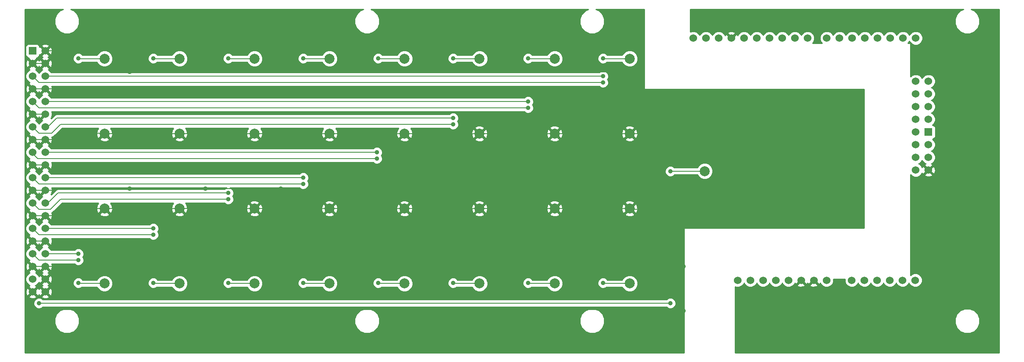
<source format=gbl>
G04 #@! TF.GenerationSoftware,KiCad,Pcbnew,(2018-02-14 revision 6afdf1cf8)-makepkg*
G04 #@! TF.CreationDate,2018-02-15T17:48:32+13:00*
G04 #@! TF.ProjectId,patch-shield-analog,70617463682D736869656C642D616E61,rev?*
G04 #@! TF.SameCoordinates,Original*
G04 #@! TF.FileFunction,Copper,L2,Bot,Signal*
G04 #@! TF.FilePolarity,Positive*
%FSLAX46Y46*%
G04 Gerber Fmt 4.6, Leading zero omitted, Abs format (unit mm)*
G04 Created by KiCad (PCBNEW (2018-02-14 revision 6afdf1cf8)-makepkg) date 02/15/18 17:48:32*
%MOMM*%
%LPD*%
G01*
G04 APERTURE LIST*
%ADD10C,1.998980*%
%ADD11R,1.524000X1.524000*%
%ADD12C,1.524000*%
%ADD13C,0.889000*%
%ADD14C,0.203200*%
%ADD15C,0.254000*%
G04 APERTURE END LIST*
D10*
X159999680Y-89999820D03*
X159999680Y-59999880D03*
X145000980Y-59999880D03*
X129999740Y-59999880D03*
X115001040Y-59999880D03*
X99999800Y-59999880D03*
X85001100Y-59999880D03*
X69999860Y-59999880D03*
X55001160Y-59999880D03*
X55001160Y-105001060D03*
X145000980Y-89999820D03*
X129999740Y-89999820D03*
X115001040Y-89999820D03*
X99999800Y-89999820D03*
X85001100Y-89999820D03*
X69999860Y-89999820D03*
X55001160Y-89999820D03*
X55001160Y-75001120D03*
X175000920Y-82499200D03*
X159999680Y-75001120D03*
X145000980Y-75001120D03*
X129999740Y-75001120D03*
X115001040Y-75001120D03*
X99999800Y-75001120D03*
X85001100Y-75001120D03*
X69999860Y-75001120D03*
X159999680Y-105001060D03*
X145000980Y-105001060D03*
X129999740Y-105001060D03*
X115001040Y-105001060D03*
X99999800Y-105001060D03*
X85001100Y-105001060D03*
X69999860Y-105001060D03*
D11*
X40640000Y-58420000D03*
D12*
X43180000Y-58420000D03*
X40640000Y-71120000D03*
X43180000Y-60960000D03*
X40640000Y-73660000D03*
X43180000Y-63500000D03*
X40640000Y-76200000D03*
X43180000Y-66040000D03*
X40640000Y-78740000D03*
X43180000Y-68580000D03*
X40640000Y-81280000D03*
X43180000Y-71120000D03*
X40640000Y-83820000D03*
X43180000Y-73660000D03*
X40640000Y-86360000D03*
X43180000Y-76200000D03*
X40640000Y-88900000D03*
X43180000Y-78740000D03*
X40640000Y-91440000D03*
X43180000Y-81280000D03*
X40640000Y-93980000D03*
X43180000Y-83820000D03*
X40640000Y-96520000D03*
X43180000Y-86360000D03*
X43180000Y-88900000D03*
X40640000Y-99060000D03*
X43180000Y-91440000D03*
X43180000Y-96520000D03*
X43180000Y-99060000D03*
X43180000Y-101600000D03*
X43180000Y-104140000D03*
X40640000Y-101600000D03*
X40640000Y-104140000D03*
X40640000Y-60960000D03*
X40640000Y-63500000D03*
X40640000Y-66040000D03*
X40640000Y-68580000D03*
X40640000Y-106680000D03*
X43180000Y-106680000D03*
X43180000Y-93980000D03*
X181584600Y-104343200D03*
X184124600Y-104343200D03*
X186664600Y-104343200D03*
X189204600Y-104343200D03*
X191744600Y-104343200D03*
X194284600Y-104343200D03*
X196824600Y-104343200D03*
X199364600Y-104343200D03*
X204419200Y-104343200D03*
X206959200Y-104343200D03*
X209499200Y-104343200D03*
X212039200Y-104343200D03*
X214579200Y-104343200D03*
X217119200Y-104343200D03*
X217195400Y-77216000D03*
X217195400Y-79756000D03*
X217195400Y-82296000D03*
X219735400Y-82296000D03*
X219735400Y-79756000D03*
X219735400Y-77216000D03*
X217195400Y-55880000D03*
X214655400Y-55880000D03*
X212115400Y-55880000D03*
X209575400Y-55880000D03*
X207035400Y-55880000D03*
X204495400Y-55880000D03*
X201955400Y-55880000D03*
X199415400Y-55880000D03*
X195580000Y-55880000D03*
X193040000Y-55880000D03*
X190500000Y-55880000D03*
X187960000Y-55880000D03*
X185420000Y-55880000D03*
X182880000Y-55880000D03*
X180340000Y-55880000D03*
X177800000Y-55880000D03*
X175260000Y-55880000D03*
X172720000Y-55880000D03*
D11*
X219735400Y-74676000D03*
D12*
X217195400Y-74676000D03*
X219735400Y-72136000D03*
X217195400Y-72136000D03*
X219735400Y-69596000D03*
X217195400Y-69596000D03*
X219735400Y-67056000D03*
X217195400Y-67056000D03*
X219735400Y-64516000D03*
X217195400Y-64516000D03*
D13*
X168148000Y-82550000D03*
X168148000Y-108966000D03*
X41910000Y-108966000D03*
X49784000Y-104902000D03*
X49784000Y-100330000D03*
X49784000Y-59944000D03*
X49784000Y-99060000D03*
X64770000Y-95250000D03*
X64770000Y-104902000D03*
X64770000Y-93980000D03*
X64770000Y-59944000D03*
X79756000Y-104902000D03*
X79756000Y-88138000D03*
X79756000Y-86868000D03*
X79756000Y-59944000D03*
X94742000Y-104902000D03*
X94742000Y-85090000D03*
X94742000Y-59944000D03*
X94742000Y-83820000D03*
X109728000Y-104902000D03*
X109474000Y-80010000D03*
X109474000Y-78740000D03*
X109728000Y-59944000D03*
X124714000Y-104902000D03*
X124714000Y-73152000D03*
X124714000Y-59944000D03*
X124714000Y-71882000D03*
X139700000Y-69850000D03*
X139700000Y-104902000D03*
X139700000Y-59944000D03*
X139700000Y-68580000D03*
X154686000Y-104902000D03*
X154686000Y-64770000D03*
X154686000Y-63500000D03*
X154686000Y-59944000D03*
X150241000Y-101600000D03*
X43180000Y-110236000D03*
X75184000Y-110299500D03*
X75184000Y-58420000D03*
X162560000Y-110236000D03*
X170815000Y-90170000D03*
X162560000Y-101600000D03*
X150177500Y-66040000D03*
X119951500Y-110236000D03*
X184785000Y-74930000D03*
X135001000Y-110236000D03*
X60071000Y-101600000D03*
X75120500Y-101600000D03*
X162560000Y-65976500D03*
X162560000Y-74993500D03*
X150241000Y-75001120D03*
X104775000Y-110236000D03*
X150241000Y-90043000D03*
X60071000Y-85979000D03*
X45402500Y-110236000D03*
X60071000Y-74993500D03*
X60071000Y-89999820D03*
X60071000Y-110299500D03*
X135001000Y-58420000D03*
X162560000Y-90170000D03*
X150241000Y-110363000D03*
X75184000Y-85979000D03*
X90233500Y-85979000D03*
X90233500Y-58420000D03*
X162687000Y-57975500D03*
X170815000Y-110490000D03*
X162623500Y-62611000D03*
X90106500Y-101600000D03*
X75184000Y-66103500D03*
X75184000Y-75001120D03*
X184785000Y-90170000D03*
X170815000Y-74930000D03*
X75184000Y-89979500D03*
X40640000Y-110236000D03*
X170815000Y-101600000D03*
X134937500Y-66040000D03*
X119951500Y-90043000D03*
X90106500Y-74993500D03*
X104775000Y-101600000D03*
X135001000Y-75057000D03*
X135001000Y-101600000D03*
X90233500Y-66040000D03*
X60071000Y-62611000D03*
X60071000Y-66040000D03*
X150177500Y-58420000D03*
X119951500Y-66167000D03*
X119951500Y-75120500D03*
X104711500Y-75120500D03*
X104775000Y-90043000D03*
X119888000Y-58420000D03*
X104775000Y-58420000D03*
X90233500Y-110236000D03*
X90233500Y-90106500D03*
X104838500Y-66040000D03*
X134937500Y-89999820D03*
X60071000Y-58420000D03*
X119951500Y-101600000D03*
X45402500Y-58420000D03*
D14*
X175000920Y-82499200D02*
X168198800Y-82499200D01*
X168198800Y-82499200D02*
X168148000Y-82550000D01*
X168148000Y-108966000D02*
X41910000Y-108966000D01*
X55001160Y-105001060D02*
X49883060Y-105001060D01*
X49784000Y-100330000D02*
X41910000Y-100330000D01*
X49883060Y-105001060D02*
X49784000Y-104902000D01*
X41910000Y-100330000D02*
X40640000Y-99060000D01*
X49839880Y-59999880D02*
X49784000Y-59944000D01*
X55001160Y-59999880D02*
X49839880Y-59999880D01*
X49784000Y-99060000D02*
X43180000Y-99060000D01*
X64770000Y-95250000D02*
X41910000Y-95250000D01*
X41910000Y-95250000D02*
X40640000Y-93980000D01*
X69999860Y-105001060D02*
X64869060Y-105001060D01*
X64869060Y-105001060D02*
X64770000Y-104902000D01*
X64770000Y-93980000D02*
X43180000Y-93980000D01*
X69999860Y-59999880D02*
X64825880Y-59999880D01*
X64825880Y-59999880D02*
X64770000Y-59944000D01*
X79855060Y-105001060D02*
X79756000Y-104902000D01*
X79756000Y-88138000D02*
X46228000Y-88138000D01*
X46228000Y-88138000D02*
X44196000Y-90170000D01*
X44196000Y-90170000D02*
X41910000Y-90170000D01*
X41910000Y-90170000D02*
X40640000Y-88900000D01*
X85001100Y-105001060D02*
X79855060Y-105001060D01*
X85001100Y-59999880D02*
X79811880Y-59999880D01*
X45720000Y-86868000D02*
X43688000Y-88900000D01*
X79756000Y-86868000D02*
X45720000Y-86868000D01*
X79811880Y-59999880D02*
X79756000Y-59944000D01*
X43688000Y-88900000D02*
X43180000Y-88900000D01*
X94841060Y-105001060D02*
X94742000Y-104902000D01*
X99999800Y-105001060D02*
X94841060Y-105001060D01*
X41910000Y-85090000D02*
X40640000Y-83820000D01*
X94742000Y-85090000D02*
X41910000Y-85090000D01*
X99999800Y-59999880D02*
X94797880Y-59999880D01*
X94742000Y-83820000D02*
X43180000Y-83820000D01*
X94797880Y-59999880D02*
X94742000Y-59944000D01*
X109827060Y-105001060D02*
X109728000Y-104902000D01*
X40640000Y-78994000D02*
X40640000Y-78740000D01*
X115001040Y-105001060D02*
X109827060Y-105001060D01*
X41656000Y-80010000D02*
X40640000Y-78994000D01*
X109474000Y-80010000D02*
X41656000Y-80010000D01*
X109783880Y-59999880D02*
X109728000Y-59944000D01*
X109474000Y-78740000D02*
X43180000Y-78740000D01*
X115001040Y-59999880D02*
X109783880Y-59999880D01*
X124714000Y-73152000D02*
X46228000Y-73152000D01*
X44450000Y-74930000D02*
X41910000Y-74930000D01*
X41910000Y-74930000D02*
X40640000Y-73660000D01*
X129999740Y-105001060D02*
X124813060Y-105001060D01*
X124813060Y-105001060D02*
X124714000Y-104902000D01*
X46228000Y-73152000D02*
X44450000Y-74930000D01*
X124769880Y-59999880D02*
X124714000Y-59944000D01*
X124714000Y-71882000D02*
X45466000Y-71882000D01*
X129999740Y-59999880D02*
X124769880Y-59999880D01*
X45466000Y-71882000D02*
X43688000Y-73660000D01*
X43688000Y-73660000D02*
X43180000Y-73660000D01*
X139700000Y-104902000D02*
X139799060Y-105001060D01*
X41910000Y-69850000D02*
X139700000Y-69850000D01*
X139799060Y-105001060D02*
X145000980Y-105001060D01*
X40640000Y-68580000D02*
X41910000Y-69850000D01*
X139755880Y-59999880D02*
X139700000Y-59944000D01*
X145000980Y-59999880D02*
X139755880Y-59999880D01*
X139700000Y-68580000D02*
X43180000Y-68580000D01*
X154686000Y-64770000D02*
X41910000Y-64770000D01*
X159999680Y-105001060D02*
X154785060Y-105001060D01*
X154785060Y-105001060D02*
X154686000Y-104902000D01*
X41910000Y-64770000D02*
X40640000Y-63500000D01*
X154686000Y-63500000D02*
X43180000Y-63500000D01*
X154741880Y-59999880D02*
X154686000Y-59944000D01*
X159999680Y-59999880D02*
X154741880Y-59999880D01*
X159999680Y-75001120D02*
X145000980Y-75001120D01*
X184713880Y-75001120D02*
X170815000Y-75001120D01*
X170815000Y-75001120D02*
X162560000Y-75001120D01*
X75184000Y-66040000D02*
X90233500Y-66040000D01*
X90233500Y-66040000D02*
X104838500Y-66040000D01*
X104838500Y-66040000D02*
X119951500Y-66040000D01*
X119951500Y-66040000D02*
X134937500Y-66040000D01*
X134937500Y-66040000D02*
X150177500Y-66040000D01*
X150177500Y-66040000D02*
X162496500Y-66040000D01*
X43180000Y-81280000D02*
X40640000Y-81280000D01*
X162496500Y-66040000D02*
X162560000Y-65976500D01*
X162560000Y-74993500D02*
X162560000Y-75001120D01*
X43180000Y-66040000D02*
X60071000Y-66040000D01*
X162560000Y-75001120D02*
X150241000Y-75001120D01*
X60071000Y-66040000D02*
X75184000Y-66040000D01*
X43180000Y-71120000D02*
X40640000Y-71120000D01*
X43180000Y-101600000D02*
X60071000Y-101600000D01*
X60071000Y-101600000D02*
X75120500Y-101600000D01*
X75120500Y-101600000D02*
X90106500Y-101600000D01*
X90106500Y-101600000D02*
X104775000Y-101600000D01*
X150177500Y-58420000D02*
X135001000Y-58420000D01*
X150241000Y-101600000D02*
X162560000Y-101600000D01*
X162560000Y-101600000D02*
X170815000Y-101600000D01*
X104711500Y-75001120D02*
X99999800Y-75001120D01*
X43180000Y-96520000D02*
X40640000Y-96520000D01*
X43180000Y-86360000D02*
X40640000Y-86360000D01*
X43180000Y-66040000D02*
X40640000Y-66040000D01*
X60071000Y-89999820D02*
X69999860Y-89999820D01*
X55001160Y-89999820D02*
X60071000Y-89999820D01*
X43180000Y-91440000D02*
X40640000Y-91440000D01*
X150241000Y-75001120D02*
X145000980Y-75001120D01*
X60071000Y-74993500D02*
X60071000Y-75001120D01*
X45148500Y-85979000D02*
X60071000Y-85979000D01*
X104775000Y-101600000D02*
X119951500Y-101600000D01*
X170815000Y-90170000D02*
X184785000Y-90170000D01*
X184785000Y-74930000D02*
X184713880Y-75001120D01*
X150241000Y-90043000D02*
X150241000Y-89999820D01*
X44767500Y-86360000D02*
X45148500Y-85979000D01*
X60071000Y-85979000D02*
X75184000Y-85979000D01*
X43180000Y-86360000D02*
X44767500Y-86360000D01*
X75184000Y-85979000D02*
X90233500Y-85979000D01*
X162687000Y-57975500D02*
X162242500Y-58420000D01*
X162560000Y-110236000D02*
X150241000Y-110236000D01*
X75184000Y-110299500D02*
X75184000Y-110236000D01*
X170815000Y-110490000D02*
X170561000Y-110236000D01*
X75184000Y-75001120D02*
X69999860Y-75001120D01*
X85001100Y-75001120D02*
X75184000Y-75001120D01*
X60071000Y-110236000D02*
X45402500Y-110236000D01*
X75184000Y-110236000D02*
X60071000Y-110236000D01*
X90233500Y-110236000D02*
X75184000Y-110236000D01*
X104775000Y-110236000D02*
X90233500Y-110236000D01*
X75184000Y-89999820D02*
X85001100Y-89999820D01*
X69999860Y-89999820D02*
X75184000Y-89999820D01*
X90233500Y-58420000D02*
X75184000Y-58420000D01*
X60071000Y-58420000D02*
X45402500Y-58420000D01*
X90106500Y-74993500D02*
X90106500Y-75001120D01*
X145000980Y-75001120D02*
X135064500Y-75001120D01*
X47160180Y-89999820D02*
X55001160Y-89999820D01*
X75184000Y-58420000D02*
X60071000Y-58420000D01*
X129999740Y-75001120D02*
X115001040Y-75001120D01*
X145000980Y-89999820D02*
X150241000Y-89999820D01*
X150241000Y-89999820D02*
X159999680Y-89999820D01*
X159999680Y-89999820D02*
X160169860Y-90170000D01*
X160169860Y-90170000D02*
X162560000Y-90170000D01*
X162560000Y-90170000D02*
X170815000Y-90170000D01*
X40640000Y-110236000D02*
X43180000Y-110236000D01*
X90233500Y-89999820D02*
X90233500Y-90106500D01*
X119951500Y-89999820D02*
X129999740Y-89999820D01*
X69999860Y-75001120D02*
X60071000Y-75001120D01*
X54930040Y-74930000D02*
X46355000Y-74930000D01*
X46355000Y-74930000D02*
X45085000Y-76200000D01*
X45085000Y-76200000D02*
X43180000Y-76200000D01*
X43180000Y-60960000D02*
X44831000Y-62611000D01*
X45720000Y-91440000D02*
X47160180Y-89999820D01*
X60071000Y-75001120D02*
X55001160Y-75001120D01*
X115001040Y-89999820D02*
X119951500Y-89999820D01*
X90106500Y-75001120D02*
X85001100Y-75001120D01*
X99999800Y-75001120D02*
X90106500Y-75001120D01*
X90233500Y-89999820D02*
X99999800Y-89999820D01*
X119888000Y-58420000D02*
X104775000Y-58420000D01*
X104775000Y-89999820D02*
X115001040Y-89999820D01*
X99999800Y-89999820D02*
X104775000Y-89999820D01*
X134937500Y-89999820D02*
X145000980Y-89999820D01*
X43180000Y-76200000D02*
X40640000Y-76200000D01*
X135001000Y-110236000D02*
X119951500Y-110236000D01*
X135064500Y-75001120D02*
X129999740Y-75001120D01*
X115001040Y-75001120D02*
X104711500Y-75001120D01*
X75184000Y-66103500D02*
X75184000Y-66040000D01*
X40640000Y-60960000D02*
X43180000Y-60960000D01*
X43180000Y-91440000D02*
X45720000Y-91440000D01*
X85001100Y-89999820D02*
X90233500Y-89999820D01*
X55001160Y-75001120D02*
X54930040Y-74930000D01*
X119951500Y-90043000D02*
X119951500Y-89999820D01*
X135001000Y-101600000D02*
X135064500Y-101600000D01*
X119951500Y-66167000D02*
X119951500Y-66040000D01*
X45402500Y-58420000D02*
X43180000Y-58420000D01*
X135001000Y-75057000D02*
X135056880Y-75001120D01*
X129999740Y-89999820D02*
X134937500Y-89999820D01*
X150241000Y-110236000D02*
X135001000Y-110236000D01*
X75184000Y-89979500D02*
X75184000Y-89999820D01*
X45402500Y-110236000D02*
X43180000Y-110236000D01*
X162242500Y-58420000D02*
X150177500Y-58420000D01*
X135001000Y-58420000D02*
X119888000Y-58420000D01*
X170561000Y-110236000D02*
X162560000Y-110236000D01*
X119951500Y-101600000D02*
X135064500Y-101600000D01*
X135064500Y-101600000D02*
X150241000Y-101600000D01*
X60071000Y-110299500D02*
X60071000Y-110236000D01*
X40640000Y-101600000D02*
X43180000Y-101600000D01*
X104711500Y-75001120D02*
X104711500Y-75120500D01*
X104775000Y-90043000D02*
X104775000Y-89999820D01*
X150241000Y-110363000D02*
X150241000Y-110236000D01*
X44831000Y-62611000D02*
X60071000Y-62611000D01*
X60071000Y-62611000D02*
X162623500Y-62611000D01*
X104775000Y-58420000D02*
X90233500Y-58420000D01*
X119951500Y-110236000D02*
X104775000Y-110236000D01*
X170815000Y-74930000D02*
X170815000Y-75001120D01*
X135056880Y-75001120D02*
X135064500Y-75001120D01*
D15*
G36*
X79448660Y-85826600D02*
X79146400Y-85951060D01*
X78966060Y-86131400D01*
X45720000Y-86131400D01*
X45438060Y-86187280D01*
X45199300Y-86347300D01*
X44361100Y-87182960D01*
X44279820Y-87101680D01*
X44378880Y-87073740D01*
X44559220Y-86560660D01*
X44531280Y-86019640D01*
X44450000Y-85826600D01*
X79448660Y-85826600D01*
X79448660Y-85826600D01*
G37*
X79448660Y-85826600D02*
X79146400Y-85951060D01*
X78966060Y-86131400D01*
X45720000Y-86131400D01*
X45438060Y-86187280D01*
X45199300Y-86347300D01*
X44361100Y-87182960D01*
X44279820Y-87101680D01*
X44378880Y-87073740D01*
X44559220Y-86560660D01*
X44531280Y-86019640D01*
X44450000Y-85826600D01*
X79448660Y-85826600D01*
G36*
X206872840Y-93873320D02*
X176634140Y-93873320D01*
X176634140Y-82826860D01*
X176634140Y-82176620D01*
X176385220Y-81577180D01*
X175928020Y-81117440D01*
X175328580Y-80865980D01*
X174678340Y-80865980D01*
X174078900Y-81114900D01*
X173619160Y-81572100D01*
X173537880Y-81762600D01*
X168887140Y-81762600D01*
X168760140Y-81635600D01*
X168363900Y-81470500D01*
X167934640Y-81470500D01*
X167538400Y-81633060D01*
X167233600Y-81937860D01*
X167068500Y-82334100D01*
X167068500Y-82763360D01*
X167231060Y-83159600D01*
X167535860Y-83464400D01*
X167932100Y-83629500D01*
X168361360Y-83629500D01*
X168757600Y-83466940D01*
X168988740Y-83235800D01*
X173537880Y-83235800D01*
X173616620Y-83421220D01*
X174073820Y-83880960D01*
X174673260Y-84132420D01*
X175323500Y-84132420D01*
X175922940Y-83883500D01*
X176382680Y-83426300D01*
X176634140Y-82826860D01*
X176634140Y-93873320D01*
X170873420Y-93873320D01*
X170873420Y-118872000D01*
X169227500Y-118872000D01*
X169227500Y-109181900D01*
X169227500Y-108752640D01*
X169064940Y-108356400D01*
X168760140Y-108051600D01*
X168363900Y-107886500D01*
X167934640Y-107886500D01*
X167538400Y-108049060D01*
X167358060Y-108229400D01*
X161632900Y-108229400D01*
X161632900Y-105328720D01*
X161632900Y-104678480D01*
X161632900Y-60327540D01*
X161632900Y-59677300D01*
X161383980Y-59077860D01*
X160926780Y-58618120D01*
X160327340Y-58366660D01*
X159677100Y-58366660D01*
X159077660Y-58615580D01*
X158617920Y-59072780D01*
X158536640Y-59263280D01*
X155531820Y-59263280D01*
X155298140Y-59029600D01*
X154901900Y-58864500D01*
X154472640Y-58864500D01*
X154076400Y-59027060D01*
X153771600Y-59331860D01*
X153606500Y-59728100D01*
X153606500Y-60157360D01*
X153769060Y-60553600D01*
X154073860Y-60858400D01*
X154470100Y-61023500D01*
X154899360Y-61023500D01*
X155295600Y-60860940D01*
X155420060Y-60736480D01*
X158536640Y-60736480D01*
X158615380Y-60921900D01*
X159072580Y-61381640D01*
X159672020Y-61633100D01*
X160322260Y-61633100D01*
X160921700Y-61384180D01*
X161381440Y-60926980D01*
X161632900Y-60327540D01*
X161632900Y-104678480D01*
X161612580Y-104627680D01*
X161612580Y-90253820D01*
X161612580Y-75255120D01*
X161587180Y-74620120D01*
X161391600Y-74147680D01*
X161127440Y-74053700D01*
X160947100Y-74234040D01*
X160947100Y-73873360D01*
X160853120Y-73609200D01*
X160253680Y-73388220D01*
X159618680Y-73413620D01*
X159146240Y-73609200D01*
X159052260Y-73873360D01*
X159999680Y-74820780D01*
X160947100Y-73873360D01*
X160947100Y-74234040D01*
X160180020Y-75001120D01*
X161127440Y-75948540D01*
X161391600Y-75854560D01*
X161612580Y-75255120D01*
X161612580Y-90253820D01*
X161587180Y-89618820D01*
X161391600Y-89146380D01*
X161127440Y-89052400D01*
X160947100Y-89232740D01*
X160947100Y-88872060D01*
X160947100Y-76128880D01*
X159999680Y-75181460D01*
X159819340Y-75361800D01*
X159819340Y-75001120D01*
X158871920Y-74053700D01*
X158607760Y-74147680D01*
X158386780Y-74747120D01*
X158412180Y-75382120D01*
X158607760Y-75854560D01*
X158871920Y-75948540D01*
X159819340Y-75001120D01*
X159819340Y-75361800D01*
X159052260Y-76128880D01*
X159146240Y-76393040D01*
X159745680Y-76614020D01*
X160380680Y-76588620D01*
X160853120Y-76393040D01*
X160947100Y-76128880D01*
X160947100Y-88872060D01*
X160853120Y-88607900D01*
X160253680Y-88386920D01*
X159618680Y-88412320D01*
X159146240Y-88607900D01*
X159052260Y-88872060D01*
X159999680Y-89819480D01*
X160947100Y-88872060D01*
X160947100Y-89232740D01*
X160180020Y-89999820D01*
X161127440Y-90947240D01*
X161391600Y-90853260D01*
X161612580Y-90253820D01*
X161612580Y-104627680D01*
X161383980Y-104079040D01*
X160947100Y-103639620D01*
X160947100Y-91127580D01*
X159999680Y-90180160D01*
X159819340Y-90360500D01*
X159819340Y-89999820D01*
X158871920Y-89052400D01*
X158607760Y-89146380D01*
X158386780Y-89745820D01*
X158412180Y-90380820D01*
X158607760Y-90853260D01*
X158871920Y-90947240D01*
X159819340Y-89999820D01*
X159819340Y-90360500D01*
X159052260Y-91127580D01*
X159146240Y-91391740D01*
X159745680Y-91612720D01*
X160380680Y-91587320D01*
X160853120Y-91391740D01*
X160947100Y-91127580D01*
X160947100Y-103639620D01*
X160926780Y-103619300D01*
X160327340Y-103367840D01*
X159677100Y-103367840D01*
X159077660Y-103616760D01*
X158617920Y-104073960D01*
X158536640Y-104264460D01*
X155765500Y-104264460D01*
X155765500Y-64985900D01*
X155765500Y-64556640D01*
X155602940Y-64160400D01*
X155577540Y-64135000D01*
X155600400Y-64112140D01*
X155765500Y-63715900D01*
X155765500Y-63286640D01*
X155602940Y-62890400D01*
X155298140Y-62585600D01*
X154901900Y-62420500D01*
X154472640Y-62420500D01*
X154076400Y-62583060D01*
X153896060Y-62763400D01*
X146634200Y-62763400D01*
X146634200Y-60327540D01*
X146634200Y-59677300D01*
X146385280Y-59077860D01*
X145928080Y-58618120D01*
X145328640Y-58366660D01*
X144678400Y-58366660D01*
X144078960Y-58615580D01*
X143619220Y-59072780D01*
X143537940Y-59263280D01*
X140545820Y-59263280D01*
X140312140Y-59029600D01*
X139915900Y-58864500D01*
X139486640Y-58864500D01*
X139090400Y-59027060D01*
X138785600Y-59331860D01*
X138620500Y-59728100D01*
X138620500Y-60157360D01*
X138783060Y-60553600D01*
X139087860Y-60858400D01*
X139484100Y-61023500D01*
X139913360Y-61023500D01*
X140309600Y-60860940D01*
X140434060Y-60736480D01*
X143537940Y-60736480D01*
X143616680Y-60921900D01*
X144073880Y-61381640D01*
X144673320Y-61633100D01*
X145323560Y-61633100D01*
X145923000Y-61384180D01*
X146382740Y-60926980D01*
X146634200Y-60327540D01*
X146634200Y-62763400D01*
X131632960Y-62763400D01*
X131632960Y-60327540D01*
X131632960Y-59677300D01*
X131384040Y-59077860D01*
X130926840Y-58618120D01*
X130327400Y-58366660D01*
X129677160Y-58366660D01*
X129077720Y-58615580D01*
X128617980Y-59072780D01*
X128536700Y-59263280D01*
X125559820Y-59263280D01*
X125326140Y-59029600D01*
X124929900Y-58864500D01*
X124500640Y-58864500D01*
X124104400Y-59027060D01*
X123799600Y-59331860D01*
X123634500Y-59728100D01*
X123634500Y-60157360D01*
X123797060Y-60553600D01*
X124101860Y-60858400D01*
X124498100Y-61023500D01*
X124927360Y-61023500D01*
X125323600Y-60860940D01*
X125448060Y-60736480D01*
X128536700Y-60736480D01*
X128615440Y-60921900D01*
X129072640Y-61381640D01*
X129672080Y-61633100D01*
X130322320Y-61633100D01*
X130921760Y-61384180D01*
X131381500Y-60926980D01*
X131632960Y-60327540D01*
X131632960Y-62763400D01*
X116634260Y-62763400D01*
X116634260Y-60327540D01*
X116634260Y-59677300D01*
X116385340Y-59077860D01*
X115928140Y-58618120D01*
X115328700Y-58366660D01*
X114678460Y-58366660D01*
X114079020Y-58615580D01*
X113619280Y-59072780D01*
X113538000Y-59263280D01*
X110573820Y-59263280D01*
X110340140Y-59029600D01*
X109943900Y-58864500D01*
X109514640Y-58864500D01*
X109118400Y-59027060D01*
X108813600Y-59331860D01*
X108648500Y-59728100D01*
X108648500Y-60157360D01*
X108811060Y-60553600D01*
X109115860Y-60858400D01*
X109512100Y-61023500D01*
X109941360Y-61023500D01*
X110337600Y-60860940D01*
X110462060Y-60736480D01*
X113538000Y-60736480D01*
X113616740Y-60921900D01*
X114073940Y-61381640D01*
X114673380Y-61633100D01*
X115323620Y-61633100D01*
X115923060Y-61384180D01*
X116382800Y-60926980D01*
X116634260Y-60327540D01*
X116634260Y-62763400D01*
X101633020Y-62763400D01*
X101633020Y-60327540D01*
X101633020Y-59677300D01*
X101384100Y-59077860D01*
X100926900Y-58618120D01*
X100327460Y-58366660D01*
X99677220Y-58366660D01*
X99077780Y-58615580D01*
X98618040Y-59072780D01*
X98536760Y-59263280D01*
X95587820Y-59263280D01*
X95354140Y-59029600D01*
X94957900Y-58864500D01*
X94528640Y-58864500D01*
X94132400Y-59027060D01*
X93827600Y-59331860D01*
X93662500Y-59728100D01*
X93662500Y-60157360D01*
X93825060Y-60553600D01*
X94129860Y-60858400D01*
X94526100Y-61023500D01*
X94955360Y-61023500D01*
X95351600Y-60860940D01*
X95476060Y-60736480D01*
X98536760Y-60736480D01*
X98615500Y-60921900D01*
X99072700Y-61381640D01*
X99672140Y-61633100D01*
X100322380Y-61633100D01*
X100921820Y-61384180D01*
X101381560Y-60926980D01*
X101633020Y-60327540D01*
X101633020Y-62763400D01*
X86634320Y-62763400D01*
X86634320Y-60327540D01*
X86634320Y-59677300D01*
X86385400Y-59077860D01*
X85928200Y-58618120D01*
X85328760Y-58366660D01*
X84678520Y-58366660D01*
X84079080Y-58615580D01*
X83619340Y-59072780D01*
X83538060Y-59263280D01*
X80601820Y-59263280D01*
X80368140Y-59029600D01*
X79971900Y-58864500D01*
X79542640Y-58864500D01*
X79146400Y-59027060D01*
X78841600Y-59331860D01*
X78676500Y-59728100D01*
X78676500Y-60157360D01*
X78839060Y-60553600D01*
X79143860Y-60858400D01*
X79540100Y-61023500D01*
X79969360Y-61023500D01*
X80365600Y-60860940D01*
X80490060Y-60736480D01*
X83538060Y-60736480D01*
X83616800Y-60921900D01*
X84074000Y-61381640D01*
X84673440Y-61633100D01*
X85323680Y-61633100D01*
X85923120Y-61384180D01*
X86382860Y-60926980D01*
X86634320Y-60327540D01*
X86634320Y-62763400D01*
X71633080Y-62763400D01*
X71633080Y-60327540D01*
X71633080Y-59677300D01*
X71384160Y-59077860D01*
X70926960Y-58618120D01*
X70327520Y-58366660D01*
X69677280Y-58366660D01*
X69077840Y-58615580D01*
X68618100Y-59072780D01*
X68536820Y-59263280D01*
X65615820Y-59263280D01*
X65382140Y-59029600D01*
X64985900Y-58864500D01*
X64556640Y-58864500D01*
X64160400Y-59027060D01*
X63855600Y-59331860D01*
X63690500Y-59728100D01*
X63690500Y-60157360D01*
X63853060Y-60553600D01*
X64157860Y-60858400D01*
X64554100Y-61023500D01*
X64983360Y-61023500D01*
X65379600Y-60860940D01*
X65504060Y-60736480D01*
X68536820Y-60736480D01*
X68615560Y-60921900D01*
X69072760Y-61381640D01*
X69672200Y-61633100D01*
X70322440Y-61633100D01*
X70921880Y-61384180D01*
X71381620Y-60926980D01*
X71633080Y-60327540D01*
X71633080Y-62763400D01*
X56634380Y-62763400D01*
X56634380Y-60327540D01*
X56634380Y-59677300D01*
X56385460Y-59077860D01*
X55928260Y-58618120D01*
X55328820Y-58366660D01*
X54678580Y-58366660D01*
X54079140Y-58615580D01*
X53619400Y-59072780D01*
X53538120Y-59263280D01*
X50629820Y-59263280D01*
X50396140Y-59029600D01*
X49999900Y-58864500D01*
X49570640Y-58864500D01*
X49174400Y-59027060D01*
X48869600Y-59331860D01*
X48704500Y-59728100D01*
X48704500Y-60157360D01*
X48867060Y-60553600D01*
X49171860Y-60858400D01*
X49568100Y-61023500D01*
X49997360Y-61023500D01*
X50393600Y-60860940D01*
X50518060Y-60736480D01*
X53538120Y-60736480D01*
X53616860Y-60921900D01*
X54074060Y-61381640D01*
X54673500Y-61633100D01*
X55323740Y-61633100D01*
X55923180Y-61384180D01*
X56382920Y-60926980D01*
X56634380Y-60327540D01*
X56634380Y-62763400D01*
X44559220Y-62763400D01*
X44559220Y-61160660D01*
X44559220Y-58620660D01*
X44531280Y-58079640D01*
X44378880Y-57706260D01*
X44140120Y-57637680D01*
X43962320Y-57815480D01*
X43962320Y-57459880D01*
X43893740Y-57221120D01*
X43380660Y-57040780D01*
X42839640Y-57068720D01*
X42466260Y-57221120D01*
X42397680Y-57459880D01*
X43180000Y-58239660D01*
X43962320Y-57459880D01*
X43962320Y-57815480D01*
X43360340Y-58420000D01*
X44140120Y-59202320D01*
X44378880Y-59133740D01*
X44559220Y-58620660D01*
X44559220Y-61160660D01*
X44531280Y-60619640D01*
X44378880Y-60246260D01*
X44140120Y-60177680D01*
X43962320Y-60355480D01*
X43962320Y-59999880D01*
X43893740Y-59761120D01*
X43705780Y-59695080D01*
X43893740Y-59618880D01*
X43962320Y-59380120D01*
X43180000Y-58600340D01*
X42999660Y-58778140D01*
X42999660Y-58420000D01*
X42219880Y-57637680D01*
X42034460Y-57688480D01*
X42034460Y-57533540D01*
X41937940Y-57299860D01*
X41760140Y-57122060D01*
X41529000Y-57025540D01*
X41277540Y-57025540D01*
X39753540Y-57025540D01*
X39519860Y-57122060D01*
X39342060Y-57299860D01*
X39245540Y-57531000D01*
X39245540Y-57782460D01*
X39245540Y-59306460D01*
X39342060Y-59540140D01*
X39519860Y-59717940D01*
X39751000Y-59814460D01*
X39908480Y-59814460D01*
X39857680Y-59999880D01*
X40640000Y-60779660D01*
X41422320Y-59999880D01*
X41368980Y-59814460D01*
X41526460Y-59814460D01*
X41760140Y-59717940D01*
X41937940Y-59540140D01*
X42034460Y-59309000D01*
X42034460Y-59148980D01*
X42219880Y-59202320D01*
X42999660Y-58420000D01*
X42999660Y-58778140D01*
X42397680Y-59380120D01*
X42466260Y-59618880D01*
X42651680Y-59682380D01*
X42466260Y-59761120D01*
X42397680Y-59999880D01*
X43180000Y-60779660D01*
X43962320Y-59999880D01*
X43962320Y-60355480D01*
X43360340Y-60960000D01*
X44140120Y-61742320D01*
X44378880Y-61673740D01*
X44559220Y-61160660D01*
X44559220Y-62763400D01*
X44381420Y-62763400D01*
X44361100Y-62710060D01*
X43969940Y-62318900D01*
X43736260Y-62222380D01*
X43893740Y-62158880D01*
X43962320Y-61920120D01*
X43180000Y-61140340D01*
X42999660Y-61318140D01*
X42999660Y-60960000D01*
X42219880Y-60177680D01*
X41981120Y-60246260D01*
X41915080Y-60431680D01*
X41838880Y-60246260D01*
X41600120Y-60177680D01*
X40820340Y-60960000D01*
X41600120Y-61742320D01*
X41838880Y-61673740D01*
X41902380Y-61485780D01*
X41981120Y-61673740D01*
X42219880Y-61742320D01*
X42999660Y-60960000D01*
X42999660Y-61318140D01*
X42397680Y-61920120D01*
X42466260Y-62158880D01*
X42631360Y-62217300D01*
X42390060Y-62318900D01*
X41998900Y-62710060D01*
X41910000Y-62923420D01*
X41821100Y-62710060D01*
X41429940Y-62318900D01*
X41196260Y-62222380D01*
X41353740Y-62158880D01*
X41422320Y-61920120D01*
X40640000Y-61140340D01*
X40459660Y-61318140D01*
X40459660Y-60960000D01*
X39679880Y-60177680D01*
X39441120Y-60246260D01*
X39260780Y-60759340D01*
X39288720Y-61300360D01*
X39441120Y-61673740D01*
X39679880Y-61742320D01*
X40459660Y-60960000D01*
X40459660Y-61318140D01*
X39857680Y-61920120D01*
X39926260Y-62158880D01*
X40091360Y-62217300D01*
X39850060Y-62318900D01*
X39458900Y-62710060D01*
X39245540Y-63223140D01*
X39245540Y-63776860D01*
X39458900Y-64289940D01*
X39850060Y-64681100D01*
X40081200Y-64775080D01*
X39926260Y-64841120D01*
X39857680Y-65079880D01*
X40551100Y-65770760D01*
X40640000Y-65859660D01*
X40820340Y-66040000D01*
X40909240Y-66128900D01*
X41600120Y-66822320D01*
X41838880Y-66753740D01*
X41902380Y-66565780D01*
X41981120Y-66753740D01*
X42219880Y-66822320D01*
X42910760Y-66128900D01*
X42999660Y-66040000D01*
X43180000Y-65859660D01*
X43360340Y-66040000D01*
X43449240Y-66128900D01*
X44140120Y-66822320D01*
X44378880Y-66753740D01*
X44559220Y-66240660D01*
X44531280Y-65699640D01*
X44450000Y-65506600D01*
X153896060Y-65506600D01*
X154073860Y-65684400D01*
X154470100Y-65849500D01*
X154899360Y-65849500D01*
X155295600Y-65686940D01*
X155600400Y-65382140D01*
X155765500Y-64985900D01*
X155765500Y-104264460D01*
X155575000Y-104264460D01*
X155298140Y-103987600D01*
X154901900Y-103822500D01*
X154472640Y-103822500D01*
X154076400Y-103985060D01*
X153771600Y-104289860D01*
X153606500Y-104686100D01*
X153606500Y-105115360D01*
X153769060Y-105511600D01*
X154073860Y-105816400D01*
X154470100Y-105981500D01*
X154899360Y-105981500D01*
X155295600Y-105818940D01*
X155376880Y-105737660D01*
X158536640Y-105737660D01*
X158615380Y-105923080D01*
X159072580Y-106382820D01*
X159672020Y-106634280D01*
X160322260Y-106634280D01*
X160921700Y-106385360D01*
X161381440Y-105928160D01*
X161632900Y-105328720D01*
X161632900Y-108229400D01*
X146634200Y-108229400D01*
X146634200Y-105328720D01*
X146634200Y-104678480D01*
X146613880Y-104627680D01*
X146613880Y-90253820D01*
X146613880Y-75255120D01*
X146588480Y-74620120D01*
X146392900Y-74147680D01*
X146128740Y-74053700D01*
X145948400Y-74234040D01*
X145948400Y-73873360D01*
X145854420Y-73609200D01*
X145254980Y-73388220D01*
X144619980Y-73413620D01*
X144147540Y-73609200D01*
X144053560Y-73873360D01*
X145000980Y-74820780D01*
X145948400Y-73873360D01*
X145948400Y-74234040D01*
X145181320Y-75001120D01*
X146128740Y-75948540D01*
X146392900Y-75854560D01*
X146613880Y-75255120D01*
X146613880Y-90253820D01*
X146588480Y-89618820D01*
X146392900Y-89146380D01*
X146128740Y-89052400D01*
X145948400Y-89232740D01*
X145948400Y-88872060D01*
X145948400Y-76128880D01*
X145000980Y-75181460D01*
X144820640Y-75361800D01*
X144820640Y-75001120D01*
X143873220Y-74053700D01*
X143609060Y-74147680D01*
X143388080Y-74747120D01*
X143413480Y-75382120D01*
X143609060Y-75854560D01*
X143873220Y-75948540D01*
X144820640Y-75001120D01*
X144820640Y-75361800D01*
X144053560Y-76128880D01*
X144147540Y-76393040D01*
X144746980Y-76614020D01*
X145381980Y-76588620D01*
X145854420Y-76393040D01*
X145948400Y-76128880D01*
X145948400Y-88872060D01*
X145854420Y-88607900D01*
X145254980Y-88386920D01*
X144619980Y-88412320D01*
X144147540Y-88607900D01*
X144053560Y-88872060D01*
X145000980Y-89819480D01*
X145948400Y-88872060D01*
X145948400Y-89232740D01*
X145181320Y-89999820D01*
X146128740Y-90947240D01*
X146392900Y-90853260D01*
X146613880Y-90253820D01*
X146613880Y-104627680D01*
X146385280Y-104079040D01*
X145948400Y-103639620D01*
X145948400Y-91127580D01*
X145000980Y-90180160D01*
X144820640Y-90360500D01*
X144820640Y-89999820D01*
X143873220Y-89052400D01*
X143609060Y-89146380D01*
X143388080Y-89745820D01*
X143413480Y-90380820D01*
X143609060Y-90853260D01*
X143873220Y-90947240D01*
X144820640Y-89999820D01*
X144820640Y-90360500D01*
X144053560Y-91127580D01*
X144147540Y-91391740D01*
X144746980Y-91612720D01*
X145381980Y-91587320D01*
X145854420Y-91391740D01*
X145948400Y-91127580D01*
X145948400Y-103639620D01*
X145928080Y-103619300D01*
X145328640Y-103367840D01*
X144678400Y-103367840D01*
X144078960Y-103616760D01*
X143619220Y-104073960D01*
X143537940Y-104264460D01*
X140779500Y-104264460D01*
X140779500Y-70065900D01*
X140779500Y-69636640D01*
X140616940Y-69240400D01*
X140591540Y-69215000D01*
X140614400Y-69192140D01*
X140779500Y-68795900D01*
X140779500Y-68366640D01*
X140616940Y-67970400D01*
X140312140Y-67665600D01*
X139915900Y-67500500D01*
X139486640Y-67500500D01*
X139090400Y-67663060D01*
X138910060Y-67843400D01*
X44381420Y-67843400D01*
X44361100Y-67790060D01*
X43969940Y-67398900D01*
X43736260Y-67302380D01*
X43893740Y-67238880D01*
X43962320Y-67000120D01*
X43180000Y-66220340D01*
X42397680Y-67000120D01*
X42466260Y-67238880D01*
X42631360Y-67297300D01*
X42390060Y-67398900D01*
X41998900Y-67790060D01*
X41910000Y-68003420D01*
X41821100Y-67790060D01*
X41429940Y-67398900D01*
X41196260Y-67302380D01*
X41353740Y-67238880D01*
X41422320Y-67000120D01*
X40640000Y-66220340D01*
X40459660Y-66398140D01*
X40459660Y-66040000D01*
X39679880Y-65257680D01*
X39441120Y-65326260D01*
X39260780Y-65839340D01*
X39288720Y-66380360D01*
X39441120Y-66753740D01*
X39679880Y-66822320D01*
X40459660Y-66040000D01*
X40459660Y-66398140D01*
X39857680Y-67000120D01*
X39926260Y-67238880D01*
X40091360Y-67297300D01*
X39850060Y-67398900D01*
X39458900Y-67790060D01*
X39245540Y-68303140D01*
X39245540Y-68856860D01*
X39458900Y-69369940D01*
X39850060Y-69761100D01*
X40081200Y-69855080D01*
X39926260Y-69921120D01*
X39857680Y-70159880D01*
X40551100Y-70850760D01*
X40640000Y-70939660D01*
X40820340Y-71120000D01*
X40909240Y-71208900D01*
X41600120Y-71902320D01*
X41838880Y-71833740D01*
X41902380Y-71645780D01*
X41981120Y-71833740D01*
X42219880Y-71902320D01*
X42910760Y-71208900D01*
X42999660Y-71120000D01*
X43180000Y-70939660D01*
X43360340Y-71120000D01*
X43180000Y-71300340D01*
X42397680Y-72080120D01*
X42466260Y-72318880D01*
X42631360Y-72377300D01*
X42390060Y-72478900D01*
X41998900Y-72870060D01*
X41910000Y-73083420D01*
X41821100Y-72870060D01*
X41429940Y-72478900D01*
X41196260Y-72382380D01*
X41353740Y-72318880D01*
X41422320Y-72080120D01*
X40640000Y-71300340D01*
X40459660Y-71478140D01*
X40459660Y-71120000D01*
X39679880Y-70337680D01*
X39441120Y-70406260D01*
X39260780Y-70919340D01*
X39288720Y-71460360D01*
X39441120Y-71833740D01*
X39679880Y-71902320D01*
X40459660Y-71120000D01*
X40459660Y-71478140D01*
X39857680Y-72080120D01*
X39926260Y-72318880D01*
X40091360Y-72377300D01*
X39850060Y-72478900D01*
X39458900Y-72870060D01*
X39245540Y-73383140D01*
X39245540Y-73936860D01*
X39458900Y-74449940D01*
X39850060Y-74841100D01*
X40081200Y-74935080D01*
X39926260Y-75001120D01*
X39857680Y-75239880D01*
X40551100Y-75930760D01*
X40640000Y-76019660D01*
X40820340Y-76200000D01*
X40909240Y-76288900D01*
X41600120Y-76982320D01*
X41838880Y-76913740D01*
X41902380Y-76725780D01*
X41981120Y-76913740D01*
X42219880Y-76982320D01*
X42910760Y-76288900D01*
X42999660Y-76200000D01*
X43180000Y-76019660D01*
X43360340Y-76200000D01*
X43449240Y-76288900D01*
X44140120Y-76982320D01*
X44378880Y-76913740D01*
X44559220Y-76400660D01*
X44531280Y-75859640D01*
X44450000Y-75666600D01*
X44450000Y-75664060D01*
X44731940Y-75610720D01*
X44970700Y-75450700D01*
X46532800Y-73888600D01*
X53764180Y-73888600D01*
X53647340Y-74005440D01*
X53741320Y-74099420D01*
X53609240Y-74147680D01*
X53388260Y-74747120D01*
X53413660Y-75382120D01*
X53609240Y-75854560D01*
X53873400Y-75948540D01*
X54731920Y-75090020D01*
X54820820Y-75001120D01*
X55001160Y-74820780D01*
X55181500Y-75001120D01*
X55270400Y-75090020D01*
X56128920Y-75948540D01*
X56393080Y-75854560D01*
X56614060Y-75255120D01*
X56588660Y-74620120D01*
X56393080Y-74147680D01*
X56258460Y-74099420D01*
X56354980Y-74005440D01*
X56238140Y-73888600D01*
X68762880Y-73888600D01*
X68646040Y-74005440D01*
X68740020Y-74099420D01*
X68607940Y-74147680D01*
X68386960Y-74747120D01*
X68412360Y-75382120D01*
X68607940Y-75854560D01*
X68872100Y-75948540D01*
X69730620Y-75090020D01*
X69819520Y-75001120D01*
X69999860Y-74820780D01*
X70180200Y-75001120D01*
X70269100Y-75090020D01*
X71127620Y-75948540D01*
X71391780Y-75854560D01*
X71612760Y-75255120D01*
X71587360Y-74620120D01*
X71391780Y-74147680D01*
X71257160Y-74099420D01*
X71353680Y-74005440D01*
X71236840Y-73888600D01*
X83764120Y-73888600D01*
X83647280Y-74005440D01*
X83741260Y-74099420D01*
X83609180Y-74147680D01*
X83388200Y-74747120D01*
X83413600Y-75382120D01*
X83609180Y-75854560D01*
X83873340Y-75948540D01*
X84731860Y-75090020D01*
X84820760Y-75001120D01*
X85001100Y-74820780D01*
X85181440Y-75001120D01*
X85270340Y-75090020D01*
X86128860Y-75948540D01*
X86393020Y-75854560D01*
X86614000Y-75255120D01*
X86588600Y-74620120D01*
X86393020Y-74147680D01*
X86258400Y-74099420D01*
X86354920Y-74005440D01*
X86238080Y-73888600D01*
X98762820Y-73888600D01*
X98645980Y-74005440D01*
X98739960Y-74099420D01*
X98607880Y-74147680D01*
X98386900Y-74747120D01*
X98412300Y-75382120D01*
X98607880Y-75854560D01*
X98872040Y-75948540D01*
X99730560Y-75090020D01*
X99819460Y-75001120D01*
X99999800Y-74820780D01*
X100180140Y-75001120D01*
X100269040Y-75090020D01*
X101127560Y-75948540D01*
X101391720Y-75854560D01*
X101612700Y-75255120D01*
X101587300Y-74620120D01*
X101391720Y-74147680D01*
X101257100Y-74099420D01*
X101353620Y-74005440D01*
X101236780Y-73888600D01*
X113764060Y-73888600D01*
X113647220Y-74005440D01*
X113741200Y-74099420D01*
X113609120Y-74147680D01*
X113388140Y-74747120D01*
X113413540Y-75382120D01*
X113609120Y-75854560D01*
X113873280Y-75948540D01*
X114731800Y-75090020D01*
X114820700Y-75001120D01*
X115001040Y-74820780D01*
X115181380Y-75001120D01*
X115270280Y-75090020D01*
X116128800Y-75948540D01*
X116392960Y-75854560D01*
X116613940Y-75255120D01*
X116588540Y-74620120D01*
X116392960Y-74147680D01*
X116258340Y-74099420D01*
X116354860Y-74005440D01*
X116238020Y-73888600D01*
X123924060Y-73888600D01*
X124101860Y-74066400D01*
X124498100Y-74231500D01*
X124927360Y-74231500D01*
X125323600Y-74068940D01*
X125628400Y-73764140D01*
X125793500Y-73367900D01*
X125793500Y-72938640D01*
X125630940Y-72542400D01*
X125605540Y-72517000D01*
X125628400Y-72494140D01*
X125793500Y-72097900D01*
X125793500Y-71668640D01*
X125630940Y-71272400D01*
X125326140Y-70967600D01*
X124929900Y-70802500D01*
X124500640Y-70802500D01*
X124104400Y-70965060D01*
X123924060Y-71145400D01*
X45466000Y-71145400D01*
X45184060Y-71201280D01*
X44945300Y-71361300D01*
X44942760Y-71361300D01*
X44942760Y-71363840D01*
X44361100Y-71942960D01*
X44279820Y-71861680D01*
X44378880Y-71833740D01*
X44559220Y-71320660D01*
X44531280Y-70779640D01*
X44450000Y-70586600D01*
X138910060Y-70586600D01*
X139087860Y-70764400D01*
X139484100Y-70929500D01*
X139913360Y-70929500D01*
X140309600Y-70766940D01*
X140614400Y-70462140D01*
X140779500Y-70065900D01*
X140779500Y-104264460D01*
X140589000Y-104264460D01*
X140312140Y-103987600D01*
X139915900Y-103822500D01*
X139486640Y-103822500D01*
X139090400Y-103985060D01*
X138785600Y-104289860D01*
X138620500Y-104686100D01*
X138620500Y-105115360D01*
X138783060Y-105511600D01*
X139087860Y-105816400D01*
X139484100Y-105981500D01*
X139913360Y-105981500D01*
X140309600Y-105818940D01*
X140390880Y-105737660D01*
X143537940Y-105737660D01*
X143616680Y-105923080D01*
X144073880Y-106382820D01*
X144673320Y-106634280D01*
X145323560Y-106634280D01*
X145923000Y-106385360D01*
X146382740Y-105928160D01*
X146634200Y-105328720D01*
X146634200Y-108229400D01*
X131632960Y-108229400D01*
X131632960Y-105328720D01*
X131632960Y-104678480D01*
X131612640Y-104627680D01*
X131612640Y-90253820D01*
X131612640Y-75255120D01*
X131587240Y-74620120D01*
X131391660Y-74147680D01*
X131127500Y-74053700D01*
X130947160Y-74234040D01*
X130947160Y-73873360D01*
X130853180Y-73609200D01*
X130253740Y-73388220D01*
X129618740Y-73413620D01*
X129146300Y-73609200D01*
X129052320Y-73873360D01*
X129999740Y-74820780D01*
X130947160Y-73873360D01*
X130947160Y-74234040D01*
X130180080Y-75001120D01*
X131127500Y-75948540D01*
X131391660Y-75854560D01*
X131612640Y-75255120D01*
X131612640Y-90253820D01*
X131587240Y-89618820D01*
X131391660Y-89146380D01*
X131127500Y-89052400D01*
X130947160Y-89232740D01*
X130947160Y-88872060D01*
X130947160Y-76128880D01*
X129999740Y-75181460D01*
X129819400Y-75361800D01*
X129819400Y-75001120D01*
X128871980Y-74053700D01*
X128607820Y-74147680D01*
X128386840Y-74747120D01*
X128412240Y-75382120D01*
X128607820Y-75854560D01*
X128871980Y-75948540D01*
X129819400Y-75001120D01*
X129819400Y-75361800D01*
X129052320Y-76128880D01*
X129146300Y-76393040D01*
X129745740Y-76614020D01*
X130380740Y-76588620D01*
X130853180Y-76393040D01*
X130947160Y-76128880D01*
X130947160Y-88872060D01*
X130853180Y-88607900D01*
X130253740Y-88386920D01*
X129618740Y-88412320D01*
X129146300Y-88607900D01*
X129052320Y-88872060D01*
X129999740Y-89819480D01*
X130947160Y-88872060D01*
X130947160Y-89232740D01*
X130180080Y-89999820D01*
X131127500Y-90947240D01*
X131391660Y-90853260D01*
X131612640Y-90253820D01*
X131612640Y-104627680D01*
X131384040Y-104079040D01*
X130947160Y-103639620D01*
X130947160Y-91127580D01*
X129999740Y-90180160D01*
X129819400Y-90360500D01*
X129819400Y-89999820D01*
X128871980Y-89052400D01*
X128607820Y-89146380D01*
X128386840Y-89745820D01*
X128412240Y-90380820D01*
X128607820Y-90853260D01*
X128871980Y-90947240D01*
X129819400Y-89999820D01*
X129819400Y-90360500D01*
X129052320Y-91127580D01*
X129146300Y-91391740D01*
X129745740Y-91612720D01*
X130380740Y-91587320D01*
X130853180Y-91391740D01*
X130947160Y-91127580D01*
X130947160Y-103639620D01*
X130926840Y-103619300D01*
X130327400Y-103367840D01*
X129677160Y-103367840D01*
X129077720Y-103616760D01*
X128617980Y-104073960D01*
X128536700Y-104264460D01*
X125793500Y-104264460D01*
X125603000Y-104264460D01*
X125326140Y-103987600D01*
X124929900Y-103822500D01*
X124500640Y-103822500D01*
X124104400Y-103985060D01*
X123799600Y-104289860D01*
X123634500Y-104686100D01*
X123634500Y-105115360D01*
X123797060Y-105511600D01*
X124101860Y-105816400D01*
X124498100Y-105981500D01*
X124927360Y-105981500D01*
X125323600Y-105818940D01*
X125404880Y-105737660D01*
X128536700Y-105737660D01*
X128615440Y-105923080D01*
X129072640Y-106382820D01*
X129672080Y-106634280D01*
X130322320Y-106634280D01*
X130921760Y-106385360D01*
X131381500Y-105928160D01*
X131632960Y-105328720D01*
X131632960Y-108229400D01*
X116634260Y-108229400D01*
X116634260Y-105328720D01*
X116634260Y-104678480D01*
X116613940Y-104627680D01*
X116613940Y-90253820D01*
X116588540Y-89618820D01*
X116392960Y-89146380D01*
X116128800Y-89052400D01*
X115948460Y-89232740D01*
X115948460Y-88872060D01*
X115948460Y-76128880D01*
X115001040Y-75181460D01*
X114820700Y-75361800D01*
X114053620Y-76128880D01*
X114147600Y-76393040D01*
X114747040Y-76614020D01*
X115382040Y-76588620D01*
X115854480Y-76393040D01*
X115948460Y-76128880D01*
X115948460Y-88872060D01*
X115854480Y-88607900D01*
X115255040Y-88386920D01*
X114620040Y-88412320D01*
X114147600Y-88607900D01*
X114053620Y-88872060D01*
X115001040Y-89819480D01*
X115948460Y-88872060D01*
X115948460Y-89232740D01*
X115181380Y-89999820D01*
X116128800Y-90947240D01*
X116392960Y-90853260D01*
X116613940Y-90253820D01*
X116613940Y-104627680D01*
X116385340Y-104079040D01*
X115948460Y-103639620D01*
X115948460Y-91127580D01*
X115001040Y-90180160D01*
X114820700Y-90360500D01*
X114820700Y-89999820D01*
X113873280Y-89052400D01*
X113609120Y-89146380D01*
X113388140Y-89745820D01*
X113413540Y-90380820D01*
X113609120Y-90853260D01*
X113873280Y-90947240D01*
X114820700Y-89999820D01*
X114820700Y-90360500D01*
X114053620Y-91127580D01*
X114147600Y-91391740D01*
X114747040Y-91612720D01*
X115382040Y-91587320D01*
X115854480Y-91391740D01*
X115948460Y-91127580D01*
X115948460Y-103639620D01*
X115928140Y-103619300D01*
X115328700Y-103367840D01*
X114678460Y-103367840D01*
X114079020Y-103616760D01*
X113619280Y-104073960D01*
X113538000Y-104264460D01*
X110617000Y-104264460D01*
X110553500Y-104200960D01*
X110553500Y-80225900D01*
X110553500Y-79796640D01*
X110390940Y-79400400D01*
X110365540Y-79375000D01*
X110388400Y-79352140D01*
X110553500Y-78955900D01*
X110553500Y-78526640D01*
X110390940Y-78130400D01*
X110086140Y-77825600D01*
X109689900Y-77660500D01*
X109260640Y-77660500D01*
X108864400Y-77823060D01*
X108684060Y-78003400D01*
X101612700Y-78003400D01*
X100947220Y-78003400D01*
X100947220Y-76128880D01*
X99999800Y-75181460D01*
X99819460Y-75361800D01*
X99052380Y-76128880D01*
X99146360Y-76393040D01*
X99745800Y-76614020D01*
X100380800Y-76588620D01*
X100853240Y-76393040D01*
X100947220Y-76128880D01*
X100947220Y-78003400D01*
X86614000Y-78003400D01*
X85948520Y-78003400D01*
X85948520Y-76128880D01*
X85001100Y-75181460D01*
X84820760Y-75361800D01*
X84053680Y-76128880D01*
X84147660Y-76393040D01*
X84747100Y-76614020D01*
X85382100Y-76588620D01*
X85854540Y-76393040D01*
X85948520Y-76128880D01*
X85948520Y-78003400D01*
X71612760Y-78003400D01*
X70947280Y-78003400D01*
X70947280Y-76128880D01*
X69999860Y-75181460D01*
X69819520Y-75361800D01*
X69052440Y-76128880D01*
X69146420Y-76393040D01*
X69745860Y-76614020D01*
X70380860Y-76588620D01*
X70853300Y-76393040D01*
X70947280Y-76128880D01*
X70947280Y-78003400D01*
X56614060Y-78003400D01*
X55948580Y-78003400D01*
X55948580Y-76128880D01*
X55001160Y-75181460D01*
X54820820Y-75361800D01*
X54053740Y-76128880D01*
X54147720Y-76393040D01*
X54747160Y-76614020D01*
X55382160Y-76588620D01*
X55854600Y-76393040D01*
X55948580Y-76128880D01*
X55948580Y-78003400D01*
X44381420Y-78003400D01*
X44361100Y-77950060D01*
X43969940Y-77558900D01*
X43736260Y-77462380D01*
X43893740Y-77398880D01*
X43962320Y-77160120D01*
X43180000Y-76380340D01*
X42397680Y-77160120D01*
X42466260Y-77398880D01*
X42631360Y-77457300D01*
X42390060Y-77558900D01*
X41998900Y-77950060D01*
X41910000Y-78163420D01*
X41821100Y-77950060D01*
X41429940Y-77558900D01*
X41196260Y-77462380D01*
X41353740Y-77398880D01*
X41422320Y-77160120D01*
X40640000Y-76380340D01*
X40459660Y-76558140D01*
X40459660Y-76200000D01*
X39679880Y-75417680D01*
X39441120Y-75486260D01*
X39260780Y-75999340D01*
X39288720Y-76540360D01*
X39441120Y-76913740D01*
X39679880Y-76982320D01*
X40459660Y-76200000D01*
X40459660Y-76558140D01*
X39857680Y-77160120D01*
X39926260Y-77398880D01*
X40091360Y-77457300D01*
X39850060Y-77558900D01*
X39458900Y-77950060D01*
X39245540Y-78463140D01*
X39245540Y-79016860D01*
X39458900Y-79529940D01*
X39850060Y-79921100D01*
X40081200Y-80015080D01*
X39926260Y-80081120D01*
X39857680Y-80319880D01*
X40551100Y-81010760D01*
X40640000Y-81099660D01*
X40820340Y-81280000D01*
X40909240Y-81368900D01*
X41600120Y-82062320D01*
X41838880Y-81993740D01*
X41902380Y-81805780D01*
X41981120Y-81993740D01*
X42219880Y-82062320D01*
X42910760Y-81368900D01*
X42999660Y-81280000D01*
X43180000Y-81099660D01*
X43360340Y-81280000D01*
X43449240Y-81368900D01*
X44140120Y-82062320D01*
X44378880Y-81993740D01*
X44559220Y-81480660D01*
X44531280Y-80939640D01*
X44450000Y-80746600D01*
X108684060Y-80746600D01*
X108861860Y-80924400D01*
X109258100Y-81089500D01*
X109687360Y-81089500D01*
X110083600Y-80926940D01*
X110388400Y-80622140D01*
X110553500Y-80225900D01*
X110553500Y-104200960D01*
X110340140Y-103987600D01*
X109943900Y-103822500D01*
X109514640Y-103822500D01*
X109118400Y-103985060D01*
X108813600Y-104289860D01*
X108648500Y-104686100D01*
X108648500Y-105115360D01*
X108811060Y-105511600D01*
X109115860Y-105816400D01*
X109512100Y-105981500D01*
X109941360Y-105981500D01*
X110337600Y-105818940D01*
X110418880Y-105737660D01*
X113538000Y-105737660D01*
X113616740Y-105923080D01*
X114073940Y-106382820D01*
X114673380Y-106634280D01*
X115323620Y-106634280D01*
X115923060Y-106385360D01*
X116382800Y-105928160D01*
X116634260Y-105328720D01*
X116634260Y-108229400D01*
X101633020Y-108229400D01*
X101633020Y-105328720D01*
X101633020Y-104678480D01*
X101612700Y-104627680D01*
X101612700Y-90253820D01*
X101587300Y-89618820D01*
X101391720Y-89146380D01*
X101127560Y-89052400D01*
X100947220Y-89232740D01*
X100947220Y-88872060D01*
X100853240Y-88607900D01*
X100253800Y-88386920D01*
X99618800Y-88412320D01*
X99146360Y-88607900D01*
X99052380Y-88872060D01*
X99999800Y-89819480D01*
X100947220Y-88872060D01*
X100947220Y-89232740D01*
X100180140Y-89999820D01*
X101127560Y-90947240D01*
X101391720Y-90853260D01*
X101612700Y-90253820D01*
X101612700Y-104627680D01*
X101384100Y-104079040D01*
X100947220Y-103639620D01*
X100947220Y-91127580D01*
X99999800Y-90180160D01*
X99819460Y-90360500D01*
X99819460Y-89999820D01*
X98872040Y-89052400D01*
X98607880Y-89146380D01*
X98386900Y-89745820D01*
X98412300Y-90380820D01*
X98607880Y-90853260D01*
X98872040Y-90947240D01*
X99819460Y-89999820D01*
X99819460Y-90360500D01*
X99052380Y-91127580D01*
X99146360Y-91391740D01*
X99745800Y-91612720D01*
X100380800Y-91587320D01*
X100853240Y-91391740D01*
X100947220Y-91127580D01*
X100947220Y-103639620D01*
X100926900Y-103619300D01*
X100327460Y-103367840D01*
X99677220Y-103367840D01*
X99077780Y-103616760D01*
X98618040Y-104073960D01*
X98536760Y-104264460D01*
X95821500Y-104264460D01*
X95821500Y-85305900D01*
X95821500Y-84876640D01*
X95658940Y-84480400D01*
X95633540Y-84455000D01*
X95656400Y-84432140D01*
X95821500Y-84035900D01*
X95821500Y-83606640D01*
X95658940Y-83210400D01*
X95354140Y-82905600D01*
X94957900Y-82740500D01*
X94528640Y-82740500D01*
X94132400Y-82903060D01*
X93952060Y-83083400D01*
X44381420Y-83083400D01*
X44361100Y-83030060D01*
X43969940Y-82638900D01*
X43736260Y-82542380D01*
X43893740Y-82478880D01*
X43962320Y-82240120D01*
X43180000Y-81460340D01*
X42397680Y-82240120D01*
X42466260Y-82478880D01*
X42631360Y-82537300D01*
X42390060Y-82638900D01*
X41998900Y-83030060D01*
X41910000Y-83243420D01*
X41821100Y-83030060D01*
X41429940Y-82638900D01*
X41196260Y-82542380D01*
X41353740Y-82478880D01*
X41422320Y-82240120D01*
X40640000Y-81460340D01*
X40459660Y-81638140D01*
X40459660Y-81280000D01*
X39679880Y-80497680D01*
X39441120Y-80566260D01*
X39260780Y-81079340D01*
X39288720Y-81620360D01*
X39441120Y-81993740D01*
X39679880Y-82062320D01*
X40459660Y-81280000D01*
X40459660Y-81638140D01*
X39857680Y-82240120D01*
X39926260Y-82478880D01*
X40091360Y-82537300D01*
X39850060Y-82638900D01*
X39458900Y-83030060D01*
X39245540Y-83543140D01*
X39245540Y-84096860D01*
X39458900Y-84609940D01*
X39850060Y-85001100D01*
X40081200Y-85095080D01*
X39926260Y-85161120D01*
X39857680Y-85399880D01*
X40551100Y-86090760D01*
X40640000Y-86179660D01*
X40820340Y-86360000D01*
X40909240Y-86448900D01*
X41600120Y-87142320D01*
X41838880Y-87073740D01*
X41902380Y-86885780D01*
X41981120Y-87073740D01*
X42219880Y-87142320D01*
X42910760Y-86448900D01*
X42999660Y-86360000D01*
X43180000Y-86179660D01*
X43360340Y-86360000D01*
X43180000Y-86540340D01*
X42397680Y-87320120D01*
X42466260Y-87558880D01*
X42631360Y-87617300D01*
X42390060Y-87718900D01*
X41998900Y-88110060D01*
X41910000Y-88323420D01*
X41821100Y-88110060D01*
X41429940Y-87718900D01*
X41196260Y-87622380D01*
X41353740Y-87558880D01*
X41422320Y-87320120D01*
X40640000Y-86540340D01*
X40459660Y-86718140D01*
X40459660Y-86360000D01*
X39679880Y-85577680D01*
X39441120Y-85646260D01*
X39260780Y-86159340D01*
X39288720Y-86700360D01*
X39441120Y-87073740D01*
X39679880Y-87142320D01*
X40459660Y-86360000D01*
X40459660Y-86718140D01*
X39857680Y-87320120D01*
X39926260Y-87558880D01*
X40091360Y-87617300D01*
X39850060Y-87718900D01*
X39458900Y-88110060D01*
X39245540Y-88623140D01*
X39245540Y-89176860D01*
X39458900Y-89689940D01*
X39850060Y-90081100D01*
X40081200Y-90175080D01*
X39926260Y-90241120D01*
X39857680Y-90479880D01*
X40551100Y-91170760D01*
X40640000Y-91259660D01*
X40820340Y-91440000D01*
X40909240Y-91528900D01*
X41600120Y-92222320D01*
X41838880Y-92153740D01*
X41902380Y-91965780D01*
X41981120Y-92153740D01*
X42219880Y-92222320D01*
X42910760Y-91528900D01*
X42999660Y-91440000D01*
X43180000Y-91259660D01*
X43360340Y-91440000D01*
X43449240Y-91528900D01*
X44140120Y-92222320D01*
X44378880Y-92153740D01*
X44559220Y-91640660D01*
X44531280Y-91099640D01*
X44432220Y-90858340D01*
X44477940Y-90850720D01*
X44716700Y-90690700D01*
X46532800Y-88874600D01*
X53776880Y-88874600D01*
X53647340Y-89004140D01*
X53741320Y-89098120D01*
X53609240Y-89146380D01*
X53388260Y-89745820D01*
X53413660Y-90380820D01*
X53609240Y-90853260D01*
X53873400Y-90947240D01*
X54731920Y-90088720D01*
X54820820Y-89999820D01*
X55001160Y-89819480D01*
X55181500Y-89999820D01*
X55270400Y-90088720D01*
X56128920Y-90947240D01*
X56393080Y-90853260D01*
X56614060Y-90253820D01*
X56588660Y-89618820D01*
X56393080Y-89146380D01*
X56258460Y-89098120D01*
X56354980Y-89004140D01*
X56225440Y-88874600D01*
X68775580Y-88874600D01*
X68646040Y-89004140D01*
X68740020Y-89098120D01*
X68607940Y-89146380D01*
X68386960Y-89745820D01*
X68412360Y-90380820D01*
X68607940Y-90853260D01*
X68872100Y-90947240D01*
X69730620Y-90088720D01*
X69819520Y-89999820D01*
X69999860Y-89819480D01*
X70180200Y-89999820D01*
X70269100Y-90088720D01*
X71127620Y-90947240D01*
X71391780Y-90853260D01*
X71612760Y-90253820D01*
X71587360Y-89618820D01*
X71391780Y-89146380D01*
X71257160Y-89098120D01*
X71353680Y-89004140D01*
X71224140Y-88874600D01*
X78966060Y-88874600D01*
X79143860Y-89052400D01*
X79540100Y-89217500D01*
X79969360Y-89217500D01*
X80365600Y-89054940D01*
X80670400Y-88750140D01*
X80835500Y-88353900D01*
X80835500Y-87924640D01*
X80672940Y-87528400D01*
X80647540Y-87503000D01*
X80670400Y-87480140D01*
X80835500Y-87083900D01*
X80835500Y-86654640D01*
X80672940Y-86258400D01*
X80368140Y-85953600D01*
X80063340Y-85826600D01*
X93952060Y-85826600D01*
X94129860Y-86004400D01*
X94526100Y-86169500D01*
X94955360Y-86169500D01*
X95351600Y-86006940D01*
X95656400Y-85702140D01*
X95821500Y-85305900D01*
X95821500Y-104264460D01*
X95631000Y-104264460D01*
X95354140Y-103987600D01*
X94957900Y-103822500D01*
X94528640Y-103822500D01*
X94132400Y-103985060D01*
X93827600Y-104289860D01*
X93662500Y-104686100D01*
X93662500Y-105115360D01*
X93825060Y-105511600D01*
X94129860Y-105816400D01*
X94526100Y-105981500D01*
X94955360Y-105981500D01*
X95351600Y-105818940D01*
X95432880Y-105737660D01*
X98536760Y-105737660D01*
X98615500Y-105923080D01*
X99072700Y-106382820D01*
X99672140Y-106634280D01*
X100322380Y-106634280D01*
X100921820Y-106385360D01*
X101381560Y-105928160D01*
X101633020Y-105328720D01*
X101633020Y-108229400D01*
X86634320Y-108229400D01*
X86634320Y-105328720D01*
X86634320Y-104678480D01*
X86614000Y-104627680D01*
X86614000Y-90253820D01*
X86588600Y-89618820D01*
X86393020Y-89146380D01*
X86128860Y-89052400D01*
X85948520Y-89232740D01*
X85948520Y-88872060D01*
X85854540Y-88607900D01*
X85255100Y-88386920D01*
X84620100Y-88412320D01*
X84147660Y-88607900D01*
X84053680Y-88872060D01*
X85001100Y-89819480D01*
X85948520Y-88872060D01*
X85948520Y-89232740D01*
X85181440Y-89999820D01*
X86128860Y-90947240D01*
X86393020Y-90853260D01*
X86614000Y-90253820D01*
X86614000Y-104627680D01*
X86385400Y-104079040D01*
X85948520Y-103639620D01*
X85948520Y-91127580D01*
X85001100Y-90180160D01*
X84820760Y-90360500D01*
X84820760Y-89999820D01*
X83873340Y-89052400D01*
X83609180Y-89146380D01*
X83388200Y-89745820D01*
X83413600Y-90380820D01*
X83609180Y-90853260D01*
X83873340Y-90947240D01*
X84820760Y-89999820D01*
X84820760Y-90360500D01*
X84053680Y-91127580D01*
X84147660Y-91391740D01*
X84747100Y-91612720D01*
X85382100Y-91587320D01*
X85854540Y-91391740D01*
X85948520Y-91127580D01*
X85948520Y-103639620D01*
X85928200Y-103619300D01*
X85328760Y-103367840D01*
X84678520Y-103367840D01*
X84079080Y-103616760D01*
X83619340Y-104073960D01*
X83538060Y-104264460D01*
X80645000Y-104264460D01*
X80368140Y-103987600D01*
X79971900Y-103822500D01*
X79542640Y-103822500D01*
X79146400Y-103985060D01*
X78841600Y-104289860D01*
X78676500Y-104686100D01*
X78676500Y-105115360D01*
X78839060Y-105511600D01*
X79143860Y-105816400D01*
X79540100Y-105981500D01*
X79969360Y-105981500D01*
X80365600Y-105818940D01*
X80446880Y-105737660D01*
X83538060Y-105737660D01*
X83616800Y-105923080D01*
X84074000Y-106382820D01*
X84673440Y-106634280D01*
X85323680Y-106634280D01*
X85923120Y-106385360D01*
X86382860Y-105928160D01*
X86634320Y-105328720D01*
X86634320Y-108229400D01*
X71633080Y-108229400D01*
X71633080Y-105328720D01*
X71633080Y-104678480D01*
X71612760Y-104627680D01*
X71384160Y-104079040D01*
X70947280Y-103639620D01*
X70947280Y-91127580D01*
X69999860Y-90180160D01*
X69819520Y-90360500D01*
X69052440Y-91127580D01*
X69146420Y-91391740D01*
X69745860Y-91612720D01*
X70380860Y-91587320D01*
X70853300Y-91391740D01*
X70947280Y-91127580D01*
X70947280Y-103639620D01*
X70926960Y-103619300D01*
X70327520Y-103367840D01*
X69677280Y-103367840D01*
X69077840Y-103616760D01*
X68618100Y-104073960D01*
X68536820Y-104264460D01*
X65849500Y-104264460D01*
X65849500Y-95465900D01*
X65849500Y-95036640D01*
X65686940Y-94640400D01*
X65661540Y-94615000D01*
X65684400Y-94592140D01*
X65849500Y-94195900D01*
X65849500Y-93766640D01*
X65686940Y-93370400D01*
X65382140Y-93065600D01*
X64985900Y-92900500D01*
X64556640Y-92900500D01*
X64160400Y-93063060D01*
X63980060Y-93243400D01*
X56614060Y-93243400D01*
X55948580Y-93243400D01*
X55948580Y-91127580D01*
X55001160Y-90180160D01*
X54820820Y-90360500D01*
X54053740Y-91127580D01*
X54147720Y-91391740D01*
X54747160Y-91612720D01*
X55382160Y-91587320D01*
X55854600Y-91391740D01*
X55948580Y-91127580D01*
X55948580Y-93243400D01*
X44381420Y-93243400D01*
X44361100Y-93190060D01*
X43969940Y-92798900D01*
X43736260Y-92702380D01*
X43893740Y-92638880D01*
X43962320Y-92400120D01*
X43180000Y-91620340D01*
X42397680Y-92400120D01*
X42466260Y-92638880D01*
X42631360Y-92697300D01*
X42390060Y-92798900D01*
X41998900Y-93190060D01*
X41910000Y-93403420D01*
X41821100Y-93190060D01*
X41429940Y-92798900D01*
X41196260Y-92702380D01*
X41353740Y-92638880D01*
X41422320Y-92400120D01*
X40640000Y-91620340D01*
X40459660Y-91798140D01*
X40459660Y-91440000D01*
X39679880Y-90657680D01*
X39441120Y-90726260D01*
X39260780Y-91239340D01*
X39288720Y-91780360D01*
X39441120Y-92153740D01*
X39679880Y-92222320D01*
X40459660Y-91440000D01*
X40459660Y-91798140D01*
X39857680Y-92400120D01*
X39926260Y-92638880D01*
X40091360Y-92697300D01*
X39850060Y-92798900D01*
X39458900Y-93190060D01*
X39245540Y-93703140D01*
X39245540Y-94256860D01*
X39458900Y-94769940D01*
X39850060Y-95161100D01*
X40081200Y-95255080D01*
X39926260Y-95321120D01*
X39857680Y-95559880D01*
X40551100Y-96250760D01*
X40640000Y-96339660D01*
X40820340Y-96520000D01*
X40909240Y-96608900D01*
X41600120Y-97302320D01*
X41838880Y-97233740D01*
X41902380Y-97045780D01*
X41981120Y-97233740D01*
X42219880Y-97302320D01*
X42910760Y-96608900D01*
X42999660Y-96520000D01*
X43180000Y-96339660D01*
X43360340Y-96520000D01*
X43449240Y-96608900D01*
X44140120Y-97302320D01*
X44378880Y-97233740D01*
X44559220Y-96720660D01*
X44531280Y-96179640D01*
X44450000Y-95986600D01*
X63980060Y-95986600D01*
X64157860Y-96164400D01*
X64554100Y-96329500D01*
X64983360Y-96329500D01*
X65379600Y-96166940D01*
X65684400Y-95862140D01*
X65849500Y-95465900D01*
X65849500Y-104264460D01*
X65659000Y-104264460D01*
X65382140Y-103987600D01*
X64985900Y-103822500D01*
X64556640Y-103822500D01*
X64160400Y-103985060D01*
X63855600Y-104289860D01*
X63690500Y-104686100D01*
X63690500Y-105115360D01*
X63853060Y-105511600D01*
X64157860Y-105816400D01*
X64554100Y-105981500D01*
X64983360Y-105981500D01*
X65379600Y-105818940D01*
X65460880Y-105737660D01*
X68536820Y-105737660D01*
X68615560Y-105923080D01*
X69072760Y-106382820D01*
X69672200Y-106634280D01*
X70322440Y-106634280D01*
X70921880Y-106385360D01*
X71381620Y-105928160D01*
X71633080Y-105328720D01*
X71633080Y-108229400D01*
X56634380Y-108229400D01*
X56634380Y-105328720D01*
X56634380Y-104678480D01*
X56385460Y-104079040D01*
X55928260Y-103619300D01*
X55328820Y-103367840D01*
X54678580Y-103367840D01*
X54079140Y-103616760D01*
X53619400Y-104073960D01*
X53538120Y-104264460D01*
X50863500Y-104264460D01*
X50863500Y-100545900D01*
X50863500Y-100116640D01*
X50700940Y-99720400D01*
X50675540Y-99695000D01*
X50698400Y-99672140D01*
X50863500Y-99275900D01*
X50863500Y-98846640D01*
X50700940Y-98450400D01*
X50396140Y-98145600D01*
X49999900Y-97980500D01*
X49570640Y-97980500D01*
X49174400Y-98143060D01*
X48994060Y-98323400D01*
X44381420Y-98323400D01*
X44361100Y-98270060D01*
X43969940Y-97878900D01*
X43736260Y-97782380D01*
X43893740Y-97718880D01*
X43962320Y-97480120D01*
X43180000Y-96700340D01*
X42397680Y-97480120D01*
X42466260Y-97718880D01*
X42631360Y-97777300D01*
X42390060Y-97878900D01*
X41998900Y-98270060D01*
X41910000Y-98483420D01*
X41821100Y-98270060D01*
X41429940Y-97878900D01*
X41196260Y-97782380D01*
X41353740Y-97718880D01*
X41422320Y-97480120D01*
X40640000Y-96700340D01*
X40459660Y-96878140D01*
X40459660Y-96520000D01*
X39679880Y-95737680D01*
X39441120Y-95806260D01*
X39260780Y-96319340D01*
X39288720Y-96860360D01*
X39441120Y-97233740D01*
X39679880Y-97302320D01*
X40459660Y-96520000D01*
X40459660Y-96878140D01*
X39857680Y-97480120D01*
X39926260Y-97718880D01*
X40091360Y-97777300D01*
X39850060Y-97878900D01*
X39458900Y-98270060D01*
X39245540Y-98783140D01*
X39245540Y-99336860D01*
X39458900Y-99849940D01*
X39850060Y-100241100D01*
X40081200Y-100335080D01*
X39926260Y-100401120D01*
X39857680Y-100639880D01*
X40551100Y-101330760D01*
X40640000Y-101419660D01*
X40820340Y-101600000D01*
X40909240Y-101688900D01*
X41600120Y-102382320D01*
X41838880Y-102313740D01*
X41902380Y-102125780D01*
X41981120Y-102313740D01*
X42219880Y-102382320D01*
X42910760Y-101688900D01*
X42999660Y-101600000D01*
X43180000Y-101419660D01*
X43360340Y-101600000D01*
X43449240Y-101688900D01*
X44140120Y-102382320D01*
X44378880Y-102313740D01*
X44559220Y-101800660D01*
X44531280Y-101259640D01*
X44450000Y-101066600D01*
X48994060Y-101066600D01*
X49171860Y-101244400D01*
X49568100Y-101409500D01*
X49997360Y-101409500D01*
X50393600Y-101246940D01*
X50698400Y-100942140D01*
X50863500Y-100545900D01*
X50863500Y-104264460D01*
X50673000Y-104264460D01*
X50396140Y-103987600D01*
X49999900Y-103822500D01*
X49570640Y-103822500D01*
X49174400Y-103985060D01*
X48869600Y-104289860D01*
X48704500Y-104686100D01*
X48704500Y-105115360D01*
X48867060Y-105511600D01*
X49171860Y-105816400D01*
X49568100Y-105981500D01*
X49997360Y-105981500D01*
X50393600Y-105818940D01*
X50474880Y-105737660D01*
X53538120Y-105737660D01*
X53616860Y-105923080D01*
X54074060Y-106382820D01*
X54673500Y-106634280D01*
X55323740Y-106634280D01*
X55923180Y-106385360D01*
X56382920Y-105928160D01*
X56634380Y-105328720D01*
X56634380Y-108229400D01*
X44559220Y-108229400D01*
X44559220Y-106880660D01*
X44559220Y-104340660D01*
X44531280Y-103799640D01*
X44378880Y-103426260D01*
X44140120Y-103357680D01*
X43962320Y-103535480D01*
X43962320Y-103179880D01*
X43893740Y-102941120D01*
X43705780Y-102875080D01*
X43893740Y-102798880D01*
X43962320Y-102560120D01*
X43180000Y-101780340D01*
X42397680Y-102560120D01*
X42466260Y-102798880D01*
X42651680Y-102862380D01*
X42466260Y-102941120D01*
X42397680Y-103179880D01*
X43180000Y-103959660D01*
X43962320Y-103179880D01*
X43962320Y-103535480D01*
X43360340Y-104140000D01*
X44140120Y-104922320D01*
X44378880Y-104853740D01*
X44559220Y-104340660D01*
X44559220Y-106880660D01*
X44531280Y-106339640D01*
X44378880Y-105966260D01*
X44140120Y-105897680D01*
X43962320Y-106075480D01*
X43962320Y-105719880D01*
X43893740Y-105481120D01*
X43705780Y-105415080D01*
X43893740Y-105338880D01*
X43962320Y-105100120D01*
X43180000Y-104320340D01*
X42999660Y-104498140D01*
X42999660Y-104140000D01*
X42219880Y-103357680D01*
X41981120Y-103426260D01*
X41920160Y-103591360D01*
X41821100Y-103350060D01*
X41429940Y-102958900D01*
X41196260Y-102862380D01*
X41353740Y-102798880D01*
X41422320Y-102560120D01*
X40640000Y-101780340D01*
X40459660Y-101958140D01*
X40459660Y-101600000D01*
X39679880Y-100817680D01*
X39441120Y-100886260D01*
X39260780Y-101399340D01*
X39288720Y-101940360D01*
X39441120Y-102313740D01*
X39679880Y-102382320D01*
X40459660Y-101600000D01*
X40459660Y-101958140D01*
X39857680Y-102560120D01*
X39926260Y-102798880D01*
X40091360Y-102857300D01*
X39850060Y-102958900D01*
X39458900Y-103350060D01*
X39245540Y-103863140D01*
X39245540Y-104416860D01*
X39458900Y-104929940D01*
X39850060Y-105321100D01*
X40081200Y-105415080D01*
X39926260Y-105481120D01*
X39857680Y-105719880D01*
X40640000Y-106499660D01*
X41422320Y-105719880D01*
X41353740Y-105481120D01*
X41186100Y-105420160D01*
X41429940Y-105321100D01*
X41821100Y-104929940D01*
X41915080Y-104696260D01*
X41981120Y-104853740D01*
X42219880Y-104922320D01*
X42999660Y-104140000D01*
X42999660Y-104498140D01*
X42397680Y-105100120D01*
X42466260Y-105338880D01*
X42651680Y-105402380D01*
X42466260Y-105481120D01*
X42397680Y-105719880D01*
X43180000Y-106499660D01*
X43962320Y-105719880D01*
X43962320Y-106075480D01*
X43360340Y-106680000D01*
X44140120Y-107462320D01*
X44378880Y-107393740D01*
X44559220Y-106880660D01*
X44559220Y-108229400D01*
X43962320Y-108229400D01*
X43962320Y-107640120D01*
X43180000Y-106860340D01*
X42999660Y-107038140D01*
X42999660Y-106680000D01*
X42219880Y-105897680D01*
X41981120Y-105966260D01*
X41915080Y-106151680D01*
X41838880Y-105966260D01*
X41600120Y-105897680D01*
X40820340Y-106680000D01*
X41600120Y-107462320D01*
X41838880Y-107393740D01*
X41902380Y-107205780D01*
X41981120Y-107393740D01*
X42219880Y-107462320D01*
X42999660Y-106680000D01*
X42999660Y-107038140D01*
X42397680Y-107640120D01*
X42466260Y-107878880D01*
X42979340Y-108059220D01*
X43520360Y-108031280D01*
X43893740Y-107878880D01*
X43962320Y-107640120D01*
X43962320Y-108229400D01*
X42699940Y-108229400D01*
X42522140Y-108051600D01*
X42125900Y-107886500D01*
X41696640Y-107886500D01*
X41422320Y-107998260D01*
X41422320Y-107640120D01*
X40640000Y-106860340D01*
X40459660Y-107038140D01*
X40459660Y-106680000D01*
X39679880Y-105897680D01*
X39441120Y-105966260D01*
X39260780Y-106479340D01*
X39288720Y-107020360D01*
X39441120Y-107393740D01*
X39679880Y-107462320D01*
X40459660Y-106680000D01*
X40459660Y-107038140D01*
X39857680Y-107640120D01*
X39926260Y-107878880D01*
X40439340Y-108059220D01*
X40980360Y-108031280D01*
X41353740Y-107878880D01*
X41422320Y-107640120D01*
X41422320Y-107998260D01*
X41300400Y-108049060D01*
X40995600Y-108353860D01*
X40830500Y-108750100D01*
X40830500Y-109179360D01*
X40993060Y-109575600D01*
X41297860Y-109880400D01*
X41694100Y-110045500D01*
X42123360Y-110045500D01*
X42519600Y-109882940D01*
X42699940Y-109702600D01*
X167358060Y-109702600D01*
X167535860Y-109880400D01*
X167932100Y-110045500D01*
X168361360Y-110045500D01*
X168757600Y-109882940D01*
X169062400Y-109578140D01*
X169227500Y-109181900D01*
X169227500Y-118872000D01*
X154983180Y-118872000D01*
X154983180Y-112994440D01*
X154983180Y-112006380D01*
X154604720Y-111094520D01*
X153906220Y-110393480D01*
X152994360Y-110015020D01*
X152006300Y-110015020D01*
X151094440Y-110393480D01*
X150393400Y-111091980D01*
X150014940Y-112003840D01*
X150014940Y-112991900D01*
X150393400Y-113903760D01*
X151091900Y-114604800D01*
X152003760Y-114983260D01*
X152991820Y-114983260D01*
X153903680Y-114604800D01*
X154604720Y-113906300D01*
X154983180Y-112994440D01*
X154983180Y-118872000D01*
X109984540Y-118872000D01*
X109984540Y-112994440D01*
X109984540Y-112006380D01*
X109606080Y-111094520D01*
X108907580Y-110393480D01*
X107995720Y-110015020D01*
X107007660Y-110015020D01*
X106095800Y-110393480D01*
X105394760Y-111091980D01*
X105016300Y-112003840D01*
X105016300Y-112991900D01*
X105394760Y-113903760D01*
X106093260Y-114604800D01*
X107005120Y-114983260D01*
X107993180Y-114983260D01*
X108905040Y-114604800D01*
X109606080Y-113906300D01*
X109984540Y-112994440D01*
X109984540Y-118872000D01*
X49984660Y-118872000D01*
X49984660Y-112994440D01*
X49984660Y-112006380D01*
X49606200Y-111094520D01*
X48907700Y-110393480D01*
X47995840Y-110015020D01*
X47007780Y-110015020D01*
X46095920Y-110393480D01*
X45394880Y-111091980D01*
X45016420Y-112003840D01*
X45016420Y-112991900D01*
X45394880Y-113903760D01*
X46093380Y-114604800D01*
X47005240Y-114983260D01*
X47993300Y-114983260D01*
X48905160Y-114604800D01*
X49606200Y-113906300D01*
X49984660Y-112994440D01*
X49984660Y-118872000D01*
X39126160Y-118872000D01*
X39126160Y-50126900D01*
X46736000Y-50126900D01*
X46095920Y-50393600D01*
X45394880Y-51092100D01*
X45016420Y-52003960D01*
X45016420Y-52992020D01*
X45394880Y-53903880D01*
X46093380Y-54604920D01*
X47005240Y-54983380D01*
X47993300Y-54983380D01*
X48905160Y-54604920D01*
X49606200Y-53906420D01*
X49984660Y-52994560D01*
X49984660Y-52006500D01*
X49606200Y-51094640D01*
X48907700Y-50393600D01*
X48265080Y-50126900D01*
X106735880Y-50126900D01*
X106095800Y-50393600D01*
X105394760Y-51092100D01*
X105016300Y-52003960D01*
X105016300Y-52992020D01*
X105394760Y-53903880D01*
X106093260Y-54604920D01*
X107005120Y-54983380D01*
X107993180Y-54983380D01*
X108905040Y-54604920D01*
X109606080Y-53906420D01*
X109984540Y-52994560D01*
X109984540Y-52006500D01*
X109606080Y-51094640D01*
X108907580Y-50393600D01*
X108264960Y-50126900D01*
X151734520Y-50126900D01*
X151094440Y-50393600D01*
X150393400Y-51092100D01*
X150014940Y-52003960D01*
X150014940Y-52992020D01*
X150393400Y-53903880D01*
X151091900Y-54604920D01*
X152003760Y-54983380D01*
X152991820Y-54983380D01*
X153903680Y-54604920D01*
X154604720Y-53906420D01*
X154983180Y-52994560D01*
X154983180Y-52006500D01*
X154604720Y-51094640D01*
X153906220Y-50393600D01*
X153263600Y-50126900D01*
X162872420Y-50126900D01*
X162872420Y-66126360D01*
X206872840Y-66126360D01*
X206872840Y-93873320D01*
X206872840Y-93873320D01*
G37*
X206872840Y-93873320D02*
X176634140Y-93873320D01*
X176634140Y-82826860D01*
X176634140Y-82176620D01*
X176385220Y-81577180D01*
X175928020Y-81117440D01*
X175328580Y-80865980D01*
X174678340Y-80865980D01*
X174078900Y-81114900D01*
X173619160Y-81572100D01*
X173537880Y-81762600D01*
X168887140Y-81762600D01*
X168760140Y-81635600D01*
X168363900Y-81470500D01*
X167934640Y-81470500D01*
X167538400Y-81633060D01*
X167233600Y-81937860D01*
X167068500Y-82334100D01*
X167068500Y-82763360D01*
X167231060Y-83159600D01*
X167535860Y-83464400D01*
X167932100Y-83629500D01*
X168361360Y-83629500D01*
X168757600Y-83466940D01*
X168988740Y-83235800D01*
X173537880Y-83235800D01*
X173616620Y-83421220D01*
X174073820Y-83880960D01*
X174673260Y-84132420D01*
X175323500Y-84132420D01*
X175922940Y-83883500D01*
X176382680Y-83426300D01*
X176634140Y-82826860D01*
X176634140Y-93873320D01*
X170873420Y-93873320D01*
X170873420Y-118872000D01*
X169227500Y-118872000D01*
X169227500Y-109181900D01*
X169227500Y-108752640D01*
X169064940Y-108356400D01*
X168760140Y-108051600D01*
X168363900Y-107886500D01*
X167934640Y-107886500D01*
X167538400Y-108049060D01*
X167358060Y-108229400D01*
X161632900Y-108229400D01*
X161632900Y-105328720D01*
X161632900Y-104678480D01*
X161632900Y-60327540D01*
X161632900Y-59677300D01*
X161383980Y-59077860D01*
X160926780Y-58618120D01*
X160327340Y-58366660D01*
X159677100Y-58366660D01*
X159077660Y-58615580D01*
X158617920Y-59072780D01*
X158536640Y-59263280D01*
X155531820Y-59263280D01*
X155298140Y-59029600D01*
X154901900Y-58864500D01*
X154472640Y-58864500D01*
X154076400Y-59027060D01*
X153771600Y-59331860D01*
X153606500Y-59728100D01*
X153606500Y-60157360D01*
X153769060Y-60553600D01*
X154073860Y-60858400D01*
X154470100Y-61023500D01*
X154899360Y-61023500D01*
X155295600Y-60860940D01*
X155420060Y-60736480D01*
X158536640Y-60736480D01*
X158615380Y-60921900D01*
X159072580Y-61381640D01*
X159672020Y-61633100D01*
X160322260Y-61633100D01*
X160921700Y-61384180D01*
X161381440Y-60926980D01*
X161632900Y-60327540D01*
X161632900Y-104678480D01*
X161612580Y-104627680D01*
X161612580Y-90253820D01*
X161612580Y-75255120D01*
X161587180Y-74620120D01*
X161391600Y-74147680D01*
X161127440Y-74053700D01*
X160947100Y-74234040D01*
X160947100Y-73873360D01*
X160853120Y-73609200D01*
X160253680Y-73388220D01*
X159618680Y-73413620D01*
X159146240Y-73609200D01*
X159052260Y-73873360D01*
X159999680Y-74820780D01*
X160947100Y-73873360D01*
X160947100Y-74234040D01*
X160180020Y-75001120D01*
X161127440Y-75948540D01*
X161391600Y-75854560D01*
X161612580Y-75255120D01*
X161612580Y-90253820D01*
X161587180Y-89618820D01*
X161391600Y-89146380D01*
X161127440Y-89052400D01*
X160947100Y-89232740D01*
X160947100Y-88872060D01*
X160947100Y-76128880D01*
X159999680Y-75181460D01*
X159819340Y-75361800D01*
X159819340Y-75001120D01*
X158871920Y-74053700D01*
X158607760Y-74147680D01*
X158386780Y-74747120D01*
X158412180Y-75382120D01*
X158607760Y-75854560D01*
X158871920Y-75948540D01*
X159819340Y-75001120D01*
X159819340Y-75361800D01*
X159052260Y-76128880D01*
X159146240Y-76393040D01*
X159745680Y-76614020D01*
X160380680Y-76588620D01*
X160853120Y-76393040D01*
X160947100Y-76128880D01*
X160947100Y-88872060D01*
X160853120Y-88607900D01*
X160253680Y-88386920D01*
X159618680Y-88412320D01*
X159146240Y-88607900D01*
X159052260Y-88872060D01*
X159999680Y-89819480D01*
X160947100Y-88872060D01*
X160947100Y-89232740D01*
X160180020Y-89999820D01*
X161127440Y-90947240D01*
X161391600Y-90853260D01*
X161612580Y-90253820D01*
X161612580Y-104627680D01*
X161383980Y-104079040D01*
X160947100Y-103639620D01*
X160947100Y-91127580D01*
X159999680Y-90180160D01*
X159819340Y-90360500D01*
X159819340Y-89999820D01*
X158871920Y-89052400D01*
X158607760Y-89146380D01*
X158386780Y-89745820D01*
X158412180Y-90380820D01*
X158607760Y-90853260D01*
X158871920Y-90947240D01*
X159819340Y-89999820D01*
X159819340Y-90360500D01*
X159052260Y-91127580D01*
X159146240Y-91391740D01*
X159745680Y-91612720D01*
X160380680Y-91587320D01*
X160853120Y-91391740D01*
X160947100Y-91127580D01*
X160947100Y-103639620D01*
X160926780Y-103619300D01*
X160327340Y-103367840D01*
X159677100Y-103367840D01*
X159077660Y-103616760D01*
X158617920Y-104073960D01*
X158536640Y-104264460D01*
X155765500Y-104264460D01*
X155765500Y-64985900D01*
X155765500Y-64556640D01*
X155602940Y-64160400D01*
X155577540Y-64135000D01*
X155600400Y-64112140D01*
X155765500Y-63715900D01*
X155765500Y-63286640D01*
X155602940Y-62890400D01*
X155298140Y-62585600D01*
X154901900Y-62420500D01*
X154472640Y-62420500D01*
X154076400Y-62583060D01*
X153896060Y-62763400D01*
X146634200Y-62763400D01*
X146634200Y-60327540D01*
X146634200Y-59677300D01*
X146385280Y-59077860D01*
X145928080Y-58618120D01*
X145328640Y-58366660D01*
X144678400Y-58366660D01*
X144078960Y-58615580D01*
X143619220Y-59072780D01*
X143537940Y-59263280D01*
X140545820Y-59263280D01*
X140312140Y-59029600D01*
X139915900Y-58864500D01*
X139486640Y-58864500D01*
X139090400Y-59027060D01*
X138785600Y-59331860D01*
X138620500Y-59728100D01*
X138620500Y-60157360D01*
X138783060Y-60553600D01*
X139087860Y-60858400D01*
X139484100Y-61023500D01*
X139913360Y-61023500D01*
X140309600Y-60860940D01*
X140434060Y-60736480D01*
X143537940Y-60736480D01*
X143616680Y-60921900D01*
X144073880Y-61381640D01*
X144673320Y-61633100D01*
X145323560Y-61633100D01*
X145923000Y-61384180D01*
X146382740Y-60926980D01*
X146634200Y-60327540D01*
X146634200Y-62763400D01*
X131632960Y-62763400D01*
X131632960Y-60327540D01*
X131632960Y-59677300D01*
X131384040Y-59077860D01*
X130926840Y-58618120D01*
X130327400Y-58366660D01*
X129677160Y-58366660D01*
X129077720Y-58615580D01*
X128617980Y-59072780D01*
X128536700Y-59263280D01*
X125559820Y-59263280D01*
X125326140Y-59029600D01*
X124929900Y-58864500D01*
X124500640Y-58864500D01*
X124104400Y-59027060D01*
X123799600Y-59331860D01*
X123634500Y-59728100D01*
X123634500Y-60157360D01*
X123797060Y-60553600D01*
X124101860Y-60858400D01*
X124498100Y-61023500D01*
X124927360Y-61023500D01*
X125323600Y-60860940D01*
X125448060Y-60736480D01*
X128536700Y-60736480D01*
X128615440Y-60921900D01*
X129072640Y-61381640D01*
X129672080Y-61633100D01*
X130322320Y-61633100D01*
X130921760Y-61384180D01*
X131381500Y-60926980D01*
X131632960Y-60327540D01*
X131632960Y-62763400D01*
X116634260Y-62763400D01*
X116634260Y-60327540D01*
X116634260Y-59677300D01*
X116385340Y-59077860D01*
X115928140Y-58618120D01*
X115328700Y-58366660D01*
X114678460Y-58366660D01*
X114079020Y-58615580D01*
X113619280Y-59072780D01*
X113538000Y-59263280D01*
X110573820Y-59263280D01*
X110340140Y-59029600D01*
X109943900Y-58864500D01*
X109514640Y-58864500D01*
X109118400Y-59027060D01*
X108813600Y-59331860D01*
X108648500Y-59728100D01*
X108648500Y-60157360D01*
X108811060Y-60553600D01*
X109115860Y-60858400D01*
X109512100Y-61023500D01*
X109941360Y-61023500D01*
X110337600Y-60860940D01*
X110462060Y-60736480D01*
X113538000Y-60736480D01*
X113616740Y-60921900D01*
X114073940Y-61381640D01*
X114673380Y-61633100D01*
X115323620Y-61633100D01*
X115923060Y-61384180D01*
X116382800Y-60926980D01*
X116634260Y-60327540D01*
X116634260Y-62763400D01*
X101633020Y-62763400D01*
X101633020Y-60327540D01*
X101633020Y-59677300D01*
X101384100Y-59077860D01*
X100926900Y-58618120D01*
X100327460Y-58366660D01*
X99677220Y-58366660D01*
X99077780Y-58615580D01*
X98618040Y-59072780D01*
X98536760Y-59263280D01*
X95587820Y-59263280D01*
X95354140Y-59029600D01*
X94957900Y-58864500D01*
X94528640Y-58864500D01*
X94132400Y-59027060D01*
X93827600Y-59331860D01*
X93662500Y-59728100D01*
X93662500Y-60157360D01*
X93825060Y-60553600D01*
X94129860Y-60858400D01*
X94526100Y-61023500D01*
X94955360Y-61023500D01*
X95351600Y-60860940D01*
X95476060Y-60736480D01*
X98536760Y-60736480D01*
X98615500Y-60921900D01*
X99072700Y-61381640D01*
X99672140Y-61633100D01*
X100322380Y-61633100D01*
X100921820Y-61384180D01*
X101381560Y-60926980D01*
X101633020Y-60327540D01*
X101633020Y-62763400D01*
X86634320Y-62763400D01*
X86634320Y-60327540D01*
X86634320Y-59677300D01*
X86385400Y-59077860D01*
X85928200Y-58618120D01*
X85328760Y-58366660D01*
X84678520Y-58366660D01*
X84079080Y-58615580D01*
X83619340Y-59072780D01*
X83538060Y-59263280D01*
X80601820Y-59263280D01*
X80368140Y-59029600D01*
X79971900Y-58864500D01*
X79542640Y-58864500D01*
X79146400Y-59027060D01*
X78841600Y-59331860D01*
X78676500Y-59728100D01*
X78676500Y-60157360D01*
X78839060Y-60553600D01*
X79143860Y-60858400D01*
X79540100Y-61023500D01*
X79969360Y-61023500D01*
X80365600Y-60860940D01*
X80490060Y-60736480D01*
X83538060Y-60736480D01*
X83616800Y-60921900D01*
X84074000Y-61381640D01*
X84673440Y-61633100D01*
X85323680Y-61633100D01*
X85923120Y-61384180D01*
X86382860Y-60926980D01*
X86634320Y-60327540D01*
X86634320Y-62763400D01*
X71633080Y-62763400D01*
X71633080Y-60327540D01*
X71633080Y-59677300D01*
X71384160Y-59077860D01*
X70926960Y-58618120D01*
X70327520Y-58366660D01*
X69677280Y-58366660D01*
X69077840Y-58615580D01*
X68618100Y-59072780D01*
X68536820Y-59263280D01*
X65615820Y-59263280D01*
X65382140Y-59029600D01*
X64985900Y-58864500D01*
X64556640Y-58864500D01*
X64160400Y-59027060D01*
X63855600Y-59331860D01*
X63690500Y-59728100D01*
X63690500Y-60157360D01*
X63853060Y-60553600D01*
X64157860Y-60858400D01*
X64554100Y-61023500D01*
X64983360Y-61023500D01*
X65379600Y-60860940D01*
X65504060Y-60736480D01*
X68536820Y-60736480D01*
X68615560Y-60921900D01*
X69072760Y-61381640D01*
X69672200Y-61633100D01*
X70322440Y-61633100D01*
X70921880Y-61384180D01*
X71381620Y-60926980D01*
X71633080Y-60327540D01*
X71633080Y-62763400D01*
X56634380Y-62763400D01*
X56634380Y-60327540D01*
X56634380Y-59677300D01*
X56385460Y-59077860D01*
X55928260Y-58618120D01*
X55328820Y-58366660D01*
X54678580Y-58366660D01*
X54079140Y-58615580D01*
X53619400Y-59072780D01*
X53538120Y-59263280D01*
X50629820Y-59263280D01*
X50396140Y-59029600D01*
X49999900Y-58864500D01*
X49570640Y-58864500D01*
X49174400Y-59027060D01*
X48869600Y-59331860D01*
X48704500Y-59728100D01*
X48704500Y-60157360D01*
X48867060Y-60553600D01*
X49171860Y-60858400D01*
X49568100Y-61023500D01*
X49997360Y-61023500D01*
X50393600Y-60860940D01*
X50518060Y-60736480D01*
X53538120Y-60736480D01*
X53616860Y-60921900D01*
X54074060Y-61381640D01*
X54673500Y-61633100D01*
X55323740Y-61633100D01*
X55923180Y-61384180D01*
X56382920Y-60926980D01*
X56634380Y-60327540D01*
X56634380Y-62763400D01*
X44559220Y-62763400D01*
X44559220Y-61160660D01*
X44559220Y-58620660D01*
X44531280Y-58079640D01*
X44378880Y-57706260D01*
X44140120Y-57637680D01*
X43962320Y-57815480D01*
X43962320Y-57459880D01*
X43893740Y-57221120D01*
X43380660Y-57040780D01*
X42839640Y-57068720D01*
X42466260Y-57221120D01*
X42397680Y-57459880D01*
X43180000Y-58239660D01*
X43962320Y-57459880D01*
X43962320Y-57815480D01*
X43360340Y-58420000D01*
X44140120Y-59202320D01*
X44378880Y-59133740D01*
X44559220Y-58620660D01*
X44559220Y-61160660D01*
X44531280Y-60619640D01*
X44378880Y-60246260D01*
X44140120Y-60177680D01*
X43962320Y-60355480D01*
X43962320Y-59999880D01*
X43893740Y-59761120D01*
X43705780Y-59695080D01*
X43893740Y-59618880D01*
X43962320Y-59380120D01*
X43180000Y-58600340D01*
X42999660Y-58778140D01*
X42999660Y-58420000D01*
X42219880Y-57637680D01*
X42034460Y-57688480D01*
X42034460Y-57533540D01*
X41937940Y-57299860D01*
X41760140Y-57122060D01*
X41529000Y-57025540D01*
X41277540Y-57025540D01*
X39753540Y-57025540D01*
X39519860Y-57122060D01*
X39342060Y-57299860D01*
X39245540Y-57531000D01*
X39245540Y-57782460D01*
X39245540Y-59306460D01*
X39342060Y-59540140D01*
X39519860Y-59717940D01*
X39751000Y-59814460D01*
X39908480Y-59814460D01*
X39857680Y-59999880D01*
X40640000Y-60779660D01*
X41422320Y-59999880D01*
X41368980Y-59814460D01*
X41526460Y-59814460D01*
X41760140Y-59717940D01*
X41937940Y-59540140D01*
X42034460Y-59309000D01*
X42034460Y-59148980D01*
X42219880Y-59202320D01*
X42999660Y-58420000D01*
X42999660Y-58778140D01*
X42397680Y-59380120D01*
X42466260Y-59618880D01*
X42651680Y-59682380D01*
X42466260Y-59761120D01*
X42397680Y-59999880D01*
X43180000Y-60779660D01*
X43962320Y-59999880D01*
X43962320Y-60355480D01*
X43360340Y-60960000D01*
X44140120Y-61742320D01*
X44378880Y-61673740D01*
X44559220Y-61160660D01*
X44559220Y-62763400D01*
X44381420Y-62763400D01*
X44361100Y-62710060D01*
X43969940Y-62318900D01*
X43736260Y-62222380D01*
X43893740Y-62158880D01*
X43962320Y-61920120D01*
X43180000Y-61140340D01*
X42999660Y-61318140D01*
X42999660Y-60960000D01*
X42219880Y-60177680D01*
X41981120Y-60246260D01*
X41915080Y-60431680D01*
X41838880Y-60246260D01*
X41600120Y-60177680D01*
X40820340Y-60960000D01*
X41600120Y-61742320D01*
X41838880Y-61673740D01*
X41902380Y-61485780D01*
X41981120Y-61673740D01*
X42219880Y-61742320D01*
X42999660Y-60960000D01*
X42999660Y-61318140D01*
X42397680Y-61920120D01*
X42466260Y-62158880D01*
X42631360Y-62217300D01*
X42390060Y-62318900D01*
X41998900Y-62710060D01*
X41910000Y-62923420D01*
X41821100Y-62710060D01*
X41429940Y-62318900D01*
X41196260Y-62222380D01*
X41353740Y-62158880D01*
X41422320Y-61920120D01*
X40640000Y-61140340D01*
X40459660Y-61318140D01*
X40459660Y-60960000D01*
X39679880Y-60177680D01*
X39441120Y-60246260D01*
X39260780Y-60759340D01*
X39288720Y-61300360D01*
X39441120Y-61673740D01*
X39679880Y-61742320D01*
X40459660Y-60960000D01*
X40459660Y-61318140D01*
X39857680Y-61920120D01*
X39926260Y-62158880D01*
X40091360Y-62217300D01*
X39850060Y-62318900D01*
X39458900Y-62710060D01*
X39245540Y-63223140D01*
X39245540Y-63776860D01*
X39458900Y-64289940D01*
X39850060Y-64681100D01*
X40081200Y-64775080D01*
X39926260Y-64841120D01*
X39857680Y-65079880D01*
X40551100Y-65770760D01*
X40640000Y-65859660D01*
X40820340Y-66040000D01*
X40909240Y-66128900D01*
X41600120Y-66822320D01*
X41838880Y-66753740D01*
X41902380Y-66565780D01*
X41981120Y-66753740D01*
X42219880Y-66822320D01*
X42910760Y-66128900D01*
X42999660Y-66040000D01*
X43180000Y-65859660D01*
X43360340Y-66040000D01*
X43449240Y-66128900D01*
X44140120Y-66822320D01*
X44378880Y-66753740D01*
X44559220Y-66240660D01*
X44531280Y-65699640D01*
X44450000Y-65506600D01*
X153896060Y-65506600D01*
X154073860Y-65684400D01*
X154470100Y-65849500D01*
X154899360Y-65849500D01*
X155295600Y-65686940D01*
X155600400Y-65382140D01*
X155765500Y-64985900D01*
X155765500Y-104264460D01*
X155575000Y-104264460D01*
X155298140Y-103987600D01*
X154901900Y-103822500D01*
X154472640Y-103822500D01*
X154076400Y-103985060D01*
X153771600Y-104289860D01*
X153606500Y-104686100D01*
X153606500Y-105115360D01*
X153769060Y-105511600D01*
X154073860Y-105816400D01*
X154470100Y-105981500D01*
X154899360Y-105981500D01*
X155295600Y-105818940D01*
X155376880Y-105737660D01*
X158536640Y-105737660D01*
X158615380Y-105923080D01*
X159072580Y-106382820D01*
X159672020Y-106634280D01*
X160322260Y-106634280D01*
X160921700Y-106385360D01*
X161381440Y-105928160D01*
X161632900Y-105328720D01*
X161632900Y-108229400D01*
X146634200Y-108229400D01*
X146634200Y-105328720D01*
X146634200Y-104678480D01*
X146613880Y-104627680D01*
X146613880Y-90253820D01*
X146613880Y-75255120D01*
X146588480Y-74620120D01*
X146392900Y-74147680D01*
X146128740Y-74053700D01*
X145948400Y-74234040D01*
X145948400Y-73873360D01*
X145854420Y-73609200D01*
X145254980Y-73388220D01*
X144619980Y-73413620D01*
X144147540Y-73609200D01*
X144053560Y-73873360D01*
X145000980Y-74820780D01*
X145948400Y-73873360D01*
X145948400Y-74234040D01*
X145181320Y-75001120D01*
X146128740Y-75948540D01*
X146392900Y-75854560D01*
X146613880Y-75255120D01*
X146613880Y-90253820D01*
X146588480Y-89618820D01*
X146392900Y-89146380D01*
X146128740Y-89052400D01*
X145948400Y-89232740D01*
X145948400Y-88872060D01*
X145948400Y-76128880D01*
X145000980Y-75181460D01*
X144820640Y-75361800D01*
X144820640Y-75001120D01*
X143873220Y-74053700D01*
X143609060Y-74147680D01*
X143388080Y-74747120D01*
X143413480Y-75382120D01*
X143609060Y-75854560D01*
X143873220Y-75948540D01*
X144820640Y-75001120D01*
X144820640Y-75361800D01*
X144053560Y-76128880D01*
X144147540Y-76393040D01*
X144746980Y-76614020D01*
X145381980Y-76588620D01*
X145854420Y-76393040D01*
X145948400Y-76128880D01*
X145948400Y-88872060D01*
X145854420Y-88607900D01*
X145254980Y-88386920D01*
X144619980Y-88412320D01*
X144147540Y-88607900D01*
X144053560Y-88872060D01*
X145000980Y-89819480D01*
X145948400Y-88872060D01*
X145948400Y-89232740D01*
X145181320Y-89999820D01*
X146128740Y-90947240D01*
X146392900Y-90853260D01*
X146613880Y-90253820D01*
X146613880Y-104627680D01*
X146385280Y-104079040D01*
X145948400Y-103639620D01*
X145948400Y-91127580D01*
X145000980Y-90180160D01*
X144820640Y-90360500D01*
X144820640Y-89999820D01*
X143873220Y-89052400D01*
X143609060Y-89146380D01*
X143388080Y-89745820D01*
X143413480Y-90380820D01*
X143609060Y-90853260D01*
X143873220Y-90947240D01*
X144820640Y-89999820D01*
X144820640Y-90360500D01*
X144053560Y-91127580D01*
X144147540Y-91391740D01*
X144746980Y-91612720D01*
X145381980Y-91587320D01*
X145854420Y-91391740D01*
X145948400Y-91127580D01*
X145948400Y-103639620D01*
X145928080Y-103619300D01*
X145328640Y-103367840D01*
X144678400Y-103367840D01*
X144078960Y-103616760D01*
X143619220Y-104073960D01*
X143537940Y-104264460D01*
X140779500Y-104264460D01*
X140779500Y-70065900D01*
X140779500Y-69636640D01*
X140616940Y-69240400D01*
X140591540Y-69215000D01*
X140614400Y-69192140D01*
X140779500Y-68795900D01*
X140779500Y-68366640D01*
X140616940Y-67970400D01*
X140312140Y-67665600D01*
X139915900Y-67500500D01*
X139486640Y-67500500D01*
X139090400Y-67663060D01*
X138910060Y-67843400D01*
X44381420Y-67843400D01*
X44361100Y-67790060D01*
X43969940Y-67398900D01*
X43736260Y-67302380D01*
X43893740Y-67238880D01*
X43962320Y-67000120D01*
X43180000Y-66220340D01*
X42397680Y-67000120D01*
X42466260Y-67238880D01*
X42631360Y-67297300D01*
X42390060Y-67398900D01*
X41998900Y-67790060D01*
X41910000Y-68003420D01*
X41821100Y-67790060D01*
X41429940Y-67398900D01*
X41196260Y-67302380D01*
X41353740Y-67238880D01*
X41422320Y-67000120D01*
X40640000Y-66220340D01*
X40459660Y-66398140D01*
X40459660Y-66040000D01*
X39679880Y-65257680D01*
X39441120Y-65326260D01*
X39260780Y-65839340D01*
X39288720Y-66380360D01*
X39441120Y-66753740D01*
X39679880Y-66822320D01*
X40459660Y-66040000D01*
X40459660Y-66398140D01*
X39857680Y-67000120D01*
X39926260Y-67238880D01*
X40091360Y-67297300D01*
X39850060Y-67398900D01*
X39458900Y-67790060D01*
X39245540Y-68303140D01*
X39245540Y-68856860D01*
X39458900Y-69369940D01*
X39850060Y-69761100D01*
X40081200Y-69855080D01*
X39926260Y-69921120D01*
X39857680Y-70159880D01*
X40551100Y-70850760D01*
X40640000Y-70939660D01*
X40820340Y-71120000D01*
X40909240Y-71208900D01*
X41600120Y-71902320D01*
X41838880Y-71833740D01*
X41902380Y-71645780D01*
X41981120Y-71833740D01*
X42219880Y-71902320D01*
X42910760Y-71208900D01*
X42999660Y-71120000D01*
X43180000Y-70939660D01*
X43360340Y-71120000D01*
X43180000Y-71300340D01*
X42397680Y-72080120D01*
X42466260Y-72318880D01*
X42631360Y-72377300D01*
X42390060Y-72478900D01*
X41998900Y-72870060D01*
X41910000Y-73083420D01*
X41821100Y-72870060D01*
X41429940Y-72478900D01*
X41196260Y-72382380D01*
X41353740Y-72318880D01*
X41422320Y-72080120D01*
X40640000Y-71300340D01*
X40459660Y-71478140D01*
X40459660Y-71120000D01*
X39679880Y-70337680D01*
X39441120Y-70406260D01*
X39260780Y-70919340D01*
X39288720Y-71460360D01*
X39441120Y-71833740D01*
X39679880Y-71902320D01*
X40459660Y-71120000D01*
X40459660Y-71478140D01*
X39857680Y-72080120D01*
X39926260Y-72318880D01*
X40091360Y-72377300D01*
X39850060Y-72478900D01*
X39458900Y-72870060D01*
X39245540Y-73383140D01*
X39245540Y-73936860D01*
X39458900Y-74449940D01*
X39850060Y-74841100D01*
X40081200Y-74935080D01*
X39926260Y-75001120D01*
X39857680Y-75239880D01*
X40551100Y-75930760D01*
X40640000Y-76019660D01*
X40820340Y-76200000D01*
X40909240Y-76288900D01*
X41600120Y-76982320D01*
X41838880Y-76913740D01*
X41902380Y-76725780D01*
X41981120Y-76913740D01*
X42219880Y-76982320D01*
X42910760Y-76288900D01*
X42999660Y-76200000D01*
X43180000Y-76019660D01*
X43360340Y-76200000D01*
X43449240Y-76288900D01*
X44140120Y-76982320D01*
X44378880Y-76913740D01*
X44559220Y-76400660D01*
X44531280Y-75859640D01*
X44450000Y-75666600D01*
X44450000Y-75664060D01*
X44731940Y-75610720D01*
X44970700Y-75450700D01*
X46532800Y-73888600D01*
X53764180Y-73888600D01*
X53647340Y-74005440D01*
X53741320Y-74099420D01*
X53609240Y-74147680D01*
X53388260Y-74747120D01*
X53413660Y-75382120D01*
X53609240Y-75854560D01*
X53873400Y-75948540D01*
X54731920Y-75090020D01*
X54820820Y-75001120D01*
X55001160Y-74820780D01*
X55181500Y-75001120D01*
X55270400Y-75090020D01*
X56128920Y-75948540D01*
X56393080Y-75854560D01*
X56614060Y-75255120D01*
X56588660Y-74620120D01*
X56393080Y-74147680D01*
X56258460Y-74099420D01*
X56354980Y-74005440D01*
X56238140Y-73888600D01*
X68762880Y-73888600D01*
X68646040Y-74005440D01*
X68740020Y-74099420D01*
X68607940Y-74147680D01*
X68386960Y-74747120D01*
X68412360Y-75382120D01*
X68607940Y-75854560D01*
X68872100Y-75948540D01*
X69730620Y-75090020D01*
X69819520Y-75001120D01*
X69999860Y-74820780D01*
X70180200Y-75001120D01*
X70269100Y-75090020D01*
X71127620Y-75948540D01*
X71391780Y-75854560D01*
X71612760Y-75255120D01*
X71587360Y-74620120D01*
X71391780Y-74147680D01*
X71257160Y-74099420D01*
X71353680Y-74005440D01*
X71236840Y-73888600D01*
X83764120Y-73888600D01*
X83647280Y-74005440D01*
X83741260Y-74099420D01*
X83609180Y-74147680D01*
X83388200Y-74747120D01*
X83413600Y-75382120D01*
X83609180Y-75854560D01*
X83873340Y-75948540D01*
X84731860Y-75090020D01*
X84820760Y-75001120D01*
X85001100Y-74820780D01*
X85181440Y-75001120D01*
X85270340Y-75090020D01*
X86128860Y-75948540D01*
X86393020Y-75854560D01*
X86614000Y-75255120D01*
X86588600Y-74620120D01*
X86393020Y-74147680D01*
X86258400Y-74099420D01*
X86354920Y-74005440D01*
X86238080Y-73888600D01*
X98762820Y-73888600D01*
X98645980Y-74005440D01*
X98739960Y-74099420D01*
X98607880Y-74147680D01*
X98386900Y-74747120D01*
X98412300Y-75382120D01*
X98607880Y-75854560D01*
X98872040Y-75948540D01*
X99730560Y-75090020D01*
X99819460Y-75001120D01*
X99999800Y-74820780D01*
X100180140Y-75001120D01*
X100269040Y-75090020D01*
X101127560Y-75948540D01*
X101391720Y-75854560D01*
X101612700Y-75255120D01*
X101587300Y-74620120D01*
X101391720Y-74147680D01*
X101257100Y-74099420D01*
X101353620Y-74005440D01*
X101236780Y-73888600D01*
X113764060Y-73888600D01*
X113647220Y-74005440D01*
X113741200Y-74099420D01*
X113609120Y-74147680D01*
X113388140Y-74747120D01*
X113413540Y-75382120D01*
X113609120Y-75854560D01*
X113873280Y-75948540D01*
X114731800Y-75090020D01*
X114820700Y-75001120D01*
X115001040Y-74820780D01*
X115181380Y-75001120D01*
X115270280Y-75090020D01*
X116128800Y-75948540D01*
X116392960Y-75854560D01*
X116613940Y-75255120D01*
X116588540Y-74620120D01*
X116392960Y-74147680D01*
X116258340Y-74099420D01*
X116354860Y-74005440D01*
X116238020Y-73888600D01*
X123924060Y-73888600D01*
X124101860Y-74066400D01*
X124498100Y-74231500D01*
X124927360Y-74231500D01*
X125323600Y-74068940D01*
X125628400Y-73764140D01*
X125793500Y-73367900D01*
X125793500Y-72938640D01*
X125630940Y-72542400D01*
X125605540Y-72517000D01*
X125628400Y-72494140D01*
X125793500Y-72097900D01*
X125793500Y-71668640D01*
X125630940Y-71272400D01*
X125326140Y-70967600D01*
X124929900Y-70802500D01*
X124500640Y-70802500D01*
X124104400Y-70965060D01*
X123924060Y-71145400D01*
X45466000Y-71145400D01*
X45184060Y-71201280D01*
X44945300Y-71361300D01*
X44942760Y-71361300D01*
X44942760Y-71363840D01*
X44361100Y-71942960D01*
X44279820Y-71861680D01*
X44378880Y-71833740D01*
X44559220Y-71320660D01*
X44531280Y-70779640D01*
X44450000Y-70586600D01*
X138910060Y-70586600D01*
X139087860Y-70764400D01*
X139484100Y-70929500D01*
X139913360Y-70929500D01*
X140309600Y-70766940D01*
X140614400Y-70462140D01*
X140779500Y-70065900D01*
X140779500Y-104264460D01*
X140589000Y-104264460D01*
X140312140Y-103987600D01*
X139915900Y-103822500D01*
X139486640Y-103822500D01*
X139090400Y-103985060D01*
X138785600Y-104289860D01*
X138620500Y-104686100D01*
X138620500Y-105115360D01*
X138783060Y-105511600D01*
X139087860Y-105816400D01*
X139484100Y-105981500D01*
X139913360Y-105981500D01*
X140309600Y-105818940D01*
X140390880Y-105737660D01*
X143537940Y-105737660D01*
X143616680Y-105923080D01*
X144073880Y-106382820D01*
X144673320Y-106634280D01*
X145323560Y-106634280D01*
X145923000Y-106385360D01*
X146382740Y-105928160D01*
X146634200Y-105328720D01*
X146634200Y-108229400D01*
X131632960Y-108229400D01*
X131632960Y-105328720D01*
X131632960Y-104678480D01*
X131612640Y-104627680D01*
X131612640Y-90253820D01*
X131612640Y-75255120D01*
X131587240Y-74620120D01*
X131391660Y-74147680D01*
X131127500Y-74053700D01*
X130947160Y-74234040D01*
X130947160Y-73873360D01*
X130853180Y-73609200D01*
X130253740Y-73388220D01*
X129618740Y-73413620D01*
X129146300Y-73609200D01*
X129052320Y-73873360D01*
X129999740Y-74820780D01*
X130947160Y-73873360D01*
X130947160Y-74234040D01*
X130180080Y-75001120D01*
X131127500Y-75948540D01*
X131391660Y-75854560D01*
X131612640Y-75255120D01*
X131612640Y-90253820D01*
X131587240Y-89618820D01*
X131391660Y-89146380D01*
X131127500Y-89052400D01*
X130947160Y-89232740D01*
X130947160Y-88872060D01*
X130947160Y-76128880D01*
X129999740Y-75181460D01*
X129819400Y-75361800D01*
X129819400Y-75001120D01*
X128871980Y-74053700D01*
X128607820Y-74147680D01*
X128386840Y-74747120D01*
X128412240Y-75382120D01*
X128607820Y-75854560D01*
X128871980Y-75948540D01*
X129819400Y-75001120D01*
X129819400Y-75361800D01*
X129052320Y-76128880D01*
X129146300Y-76393040D01*
X129745740Y-76614020D01*
X130380740Y-76588620D01*
X130853180Y-76393040D01*
X130947160Y-76128880D01*
X130947160Y-88872060D01*
X130853180Y-88607900D01*
X130253740Y-88386920D01*
X129618740Y-88412320D01*
X129146300Y-88607900D01*
X129052320Y-88872060D01*
X129999740Y-89819480D01*
X130947160Y-88872060D01*
X130947160Y-89232740D01*
X130180080Y-89999820D01*
X131127500Y-90947240D01*
X131391660Y-90853260D01*
X131612640Y-90253820D01*
X131612640Y-104627680D01*
X131384040Y-104079040D01*
X130947160Y-103639620D01*
X130947160Y-91127580D01*
X129999740Y-90180160D01*
X129819400Y-90360500D01*
X129819400Y-89999820D01*
X128871980Y-89052400D01*
X128607820Y-89146380D01*
X128386840Y-89745820D01*
X128412240Y-90380820D01*
X128607820Y-90853260D01*
X128871980Y-90947240D01*
X129819400Y-89999820D01*
X129819400Y-90360500D01*
X129052320Y-91127580D01*
X129146300Y-91391740D01*
X129745740Y-91612720D01*
X130380740Y-91587320D01*
X130853180Y-91391740D01*
X130947160Y-91127580D01*
X130947160Y-103639620D01*
X130926840Y-103619300D01*
X130327400Y-103367840D01*
X129677160Y-103367840D01*
X129077720Y-103616760D01*
X128617980Y-104073960D01*
X128536700Y-104264460D01*
X125793500Y-104264460D01*
X125603000Y-104264460D01*
X125326140Y-103987600D01*
X124929900Y-103822500D01*
X124500640Y-103822500D01*
X124104400Y-103985060D01*
X123799600Y-104289860D01*
X123634500Y-104686100D01*
X123634500Y-105115360D01*
X123797060Y-105511600D01*
X124101860Y-105816400D01*
X124498100Y-105981500D01*
X124927360Y-105981500D01*
X125323600Y-105818940D01*
X125404880Y-105737660D01*
X128536700Y-105737660D01*
X128615440Y-105923080D01*
X129072640Y-106382820D01*
X129672080Y-106634280D01*
X130322320Y-106634280D01*
X130921760Y-106385360D01*
X131381500Y-105928160D01*
X131632960Y-105328720D01*
X131632960Y-108229400D01*
X116634260Y-108229400D01*
X116634260Y-105328720D01*
X116634260Y-104678480D01*
X116613940Y-104627680D01*
X116613940Y-90253820D01*
X116588540Y-89618820D01*
X116392960Y-89146380D01*
X116128800Y-89052400D01*
X115948460Y-89232740D01*
X115948460Y-88872060D01*
X115948460Y-76128880D01*
X115001040Y-75181460D01*
X114820700Y-75361800D01*
X114053620Y-76128880D01*
X114147600Y-76393040D01*
X114747040Y-76614020D01*
X115382040Y-76588620D01*
X115854480Y-76393040D01*
X115948460Y-76128880D01*
X115948460Y-88872060D01*
X115854480Y-88607900D01*
X115255040Y-88386920D01*
X114620040Y-88412320D01*
X114147600Y-88607900D01*
X114053620Y-88872060D01*
X115001040Y-89819480D01*
X115948460Y-88872060D01*
X115948460Y-89232740D01*
X115181380Y-89999820D01*
X116128800Y-90947240D01*
X116392960Y-90853260D01*
X116613940Y-90253820D01*
X116613940Y-104627680D01*
X116385340Y-104079040D01*
X115948460Y-103639620D01*
X115948460Y-91127580D01*
X115001040Y-90180160D01*
X114820700Y-90360500D01*
X114820700Y-89999820D01*
X113873280Y-89052400D01*
X113609120Y-89146380D01*
X113388140Y-89745820D01*
X113413540Y-90380820D01*
X113609120Y-90853260D01*
X113873280Y-90947240D01*
X114820700Y-89999820D01*
X114820700Y-90360500D01*
X114053620Y-91127580D01*
X114147600Y-91391740D01*
X114747040Y-91612720D01*
X115382040Y-91587320D01*
X115854480Y-91391740D01*
X115948460Y-91127580D01*
X115948460Y-103639620D01*
X115928140Y-103619300D01*
X115328700Y-103367840D01*
X114678460Y-103367840D01*
X114079020Y-103616760D01*
X113619280Y-104073960D01*
X113538000Y-104264460D01*
X110617000Y-104264460D01*
X110553500Y-104200960D01*
X110553500Y-80225900D01*
X110553500Y-79796640D01*
X110390940Y-79400400D01*
X110365540Y-79375000D01*
X110388400Y-79352140D01*
X110553500Y-78955900D01*
X110553500Y-78526640D01*
X110390940Y-78130400D01*
X110086140Y-77825600D01*
X109689900Y-77660500D01*
X109260640Y-77660500D01*
X108864400Y-77823060D01*
X108684060Y-78003400D01*
X101612700Y-78003400D01*
X100947220Y-78003400D01*
X100947220Y-76128880D01*
X99999800Y-75181460D01*
X99819460Y-75361800D01*
X99052380Y-76128880D01*
X99146360Y-76393040D01*
X99745800Y-76614020D01*
X100380800Y-76588620D01*
X100853240Y-76393040D01*
X100947220Y-76128880D01*
X100947220Y-78003400D01*
X86614000Y-78003400D01*
X85948520Y-78003400D01*
X85948520Y-76128880D01*
X85001100Y-75181460D01*
X84820760Y-75361800D01*
X84053680Y-76128880D01*
X84147660Y-76393040D01*
X84747100Y-76614020D01*
X85382100Y-76588620D01*
X85854540Y-76393040D01*
X85948520Y-76128880D01*
X85948520Y-78003400D01*
X71612760Y-78003400D01*
X70947280Y-78003400D01*
X70947280Y-76128880D01*
X69999860Y-75181460D01*
X69819520Y-75361800D01*
X69052440Y-76128880D01*
X69146420Y-76393040D01*
X69745860Y-76614020D01*
X70380860Y-76588620D01*
X70853300Y-76393040D01*
X70947280Y-76128880D01*
X70947280Y-78003400D01*
X56614060Y-78003400D01*
X55948580Y-78003400D01*
X55948580Y-76128880D01*
X55001160Y-75181460D01*
X54820820Y-75361800D01*
X54053740Y-76128880D01*
X54147720Y-76393040D01*
X54747160Y-76614020D01*
X55382160Y-76588620D01*
X55854600Y-76393040D01*
X55948580Y-76128880D01*
X55948580Y-78003400D01*
X44381420Y-78003400D01*
X44361100Y-77950060D01*
X43969940Y-77558900D01*
X43736260Y-77462380D01*
X43893740Y-77398880D01*
X43962320Y-77160120D01*
X43180000Y-76380340D01*
X42397680Y-77160120D01*
X42466260Y-77398880D01*
X42631360Y-77457300D01*
X42390060Y-77558900D01*
X41998900Y-77950060D01*
X41910000Y-78163420D01*
X41821100Y-77950060D01*
X41429940Y-77558900D01*
X41196260Y-77462380D01*
X41353740Y-77398880D01*
X41422320Y-77160120D01*
X40640000Y-76380340D01*
X40459660Y-76558140D01*
X40459660Y-76200000D01*
X39679880Y-75417680D01*
X39441120Y-75486260D01*
X39260780Y-75999340D01*
X39288720Y-76540360D01*
X39441120Y-76913740D01*
X39679880Y-76982320D01*
X40459660Y-76200000D01*
X40459660Y-76558140D01*
X39857680Y-77160120D01*
X39926260Y-77398880D01*
X40091360Y-77457300D01*
X39850060Y-77558900D01*
X39458900Y-77950060D01*
X39245540Y-78463140D01*
X39245540Y-79016860D01*
X39458900Y-79529940D01*
X39850060Y-79921100D01*
X40081200Y-80015080D01*
X39926260Y-80081120D01*
X39857680Y-80319880D01*
X40551100Y-81010760D01*
X40640000Y-81099660D01*
X40820340Y-81280000D01*
X40909240Y-81368900D01*
X41600120Y-82062320D01*
X41838880Y-81993740D01*
X41902380Y-81805780D01*
X41981120Y-81993740D01*
X42219880Y-82062320D01*
X42910760Y-81368900D01*
X42999660Y-81280000D01*
X43180000Y-81099660D01*
X43360340Y-81280000D01*
X43449240Y-81368900D01*
X44140120Y-82062320D01*
X44378880Y-81993740D01*
X44559220Y-81480660D01*
X44531280Y-80939640D01*
X44450000Y-80746600D01*
X108684060Y-80746600D01*
X108861860Y-80924400D01*
X109258100Y-81089500D01*
X109687360Y-81089500D01*
X110083600Y-80926940D01*
X110388400Y-80622140D01*
X110553500Y-80225900D01*
X110553500Y-104200960D01*
X110340140Y-103987600D01*
X109943900Y-103822500D01*
X109514640Y-103822500D01*
X109118400Y-103985060D01*
X108813600Y-104289860D01*
X108648500Y-104686100D01*
X108648500Y-105115360D01*
X108811060Y-105511600D01*
X109115860Y-105816400D01*
X109512100Y-105981500D01*
X109941360Y-105981500D01*
X110337600Y-105818940D01*
X110418880Y-105737660D01*
X113538000Y-105737660D01*
X113616740Y-105923080D01*
X114073940Y-106382820D01*
X114673380Y-106634280D01*
X115323620Y-106634280D01*
X115923060Y-106385360D01*
X116382800Y-105928160D01*
X116634260Y-105328720D01*
X116634260Y-108229400D01*
X101633020Y-108229400D01*
X101633020Y-105328720D01*
X101633020Y-104678480D01*
X101612700Y-104627680D01*
X101612700Y-90253820D01*
X101587300Y-89618820D01*
X101391720Y-89146380D01*
X101127560Y-89052400D01*
X100947220Y-89232740D01*
X100947220Y-88872060D01*
X100853240Y-88607900D01*
X100253800Y-88386920D01*
X99618800Y-88412320D01*
X99146360Y-88607900D01*
X99052380Y-88872060D01*
X99999800Y-89819480D01*
X100947220Y-88872060D01*
X100947220Y-89232740D01*
X100180140Y-89999820D01*
X101127560Y-90947240D01*
X101391720Y-90853260D01*
X101612700Y-90253820D01*
X101612700Y-104627680D01*
X101384100Y-104079040D01*
X100947220Y-103639620D01*
X100947220Y-91127580D01*
X99999800Y-90180160D01*
X99819460Y-90360500D01*
X99819460Y-89999820D01*
X98872040Y-89052400D01*
X98607880Y-89146380D01*
X98386900Y-89745820D01*
X98412300Y-90380820D01*
X98607880Y-90853260D01*
X98872040Y-90947240D01*
X99819460Y-89999820D01*
X99819460Y-90360500D01*
X99052380Y-91127580D01*
X99146360Y-91391740D01*
X99745800Y-91612720D01*
X100380800Y-91587320D01*
X100853240Y-91391740D01*
X100947220Y-91127580D01*
X100947220Y-103639620D01*
X100926900Y-103619300D01*
X100327460Y-103367840D01*
X99677220Y-103367840D01*
X99077780Y-103616760D01*
X98618040Y-104073960D01*
X98536760Y-104264460D01*
X95821500Y-104264460D01*
X95821500Y-85305900D01*
X95821500Y-84876640D01*
X95658940Y-84480400D01*
X95633540Y-84455000D01*
X95656400Y-84432140D01*
X95821500Y-84035900D01*
X95821500Y-83606640D01*
X95658940Y-83210400D01*
X95354140Y-82905600D01*
X94957900Y-82740500D01*
X94528640Y-82740500D01*
X94132400Y-82903060D01*
X93952060Y-83083400D01*
X44381420Y-83083400D01*
X44361100Y-83030060D01*
X43969940Y-82638900D01*
X43736260Y-82542380D01*
X43893740Y-82478880D01*
X43962320Y-82240120D01*
X43180000Y-81460340D01*
X42397680Y-82240120D01*
X42466260Y-82478880D01*
X42631360Y-82537300D01*
X42390060Y-82638900D01*
X41998900Y-83030060D01*
X41910000Y-83243420D01*
X41821100Y-83030060D01*
X41429940Y-82638900D01*
X41196260Y-82542380D01*
X41353740Y-82478880D01*
X41422320Y-82240120D01*
X40640000Y-81460340D01*
X40459660Y-81638140D01*
X40459660Y-81280000D01*
X39679880Y-80497680D01*
X39441120Y-80566260D01*
X39260780Y-81079340D01*
X39288720Y-81620360D01*
X39441120Y-81993740D01*
X39679880Y-82062320D01*
X40459660Y-81280000D01*
X40459660Y-81638140D01*
X39857680Y-82240120D01*
X39926260Y-82478880D01*
X40091360Y-82537300D01*
X39850060Y-82638900D01*
X39458900Y-83030060D01*
X39245540Y-83543140D01*
X39245540Y-84096860D01*
X39458900Y-84609940D01*
X39850060Y-85001100D01*
X40081200Y-85095080D01*
X39926260Y-85161120D01*
X39857680Y-85399880D01*
X40551100Y-86090760D01*
X40640000Y-86179660D01*
X40820340Y-86360000D01*
X40909240Y-86448900D01*
X41600120Y-87142320D01*
X41838880Y-87073740D01*
X41902380Y-86885780D01*
X41981120Y-87073740D01*
X42219880Y-87142320D01*
X42910760Y-86448900D01*
X42999660Y-86360000D01*
X43180000Y-86179660D01*
X43360340Y-86360000D01*
X43180000Y-86540340D01*
X42397680Y-87320120D01*
X42466260Y-87558880D01*
X42631360Y-87617300D01*
X42390060Y-87718900D01*
X41998900Y-88110060D01*
X41910000Y-88323420D01*
X41821100Y-88110060D01*
X41429940Y-87718900D01*
X41196260Y-87622380D01*
X41353740Y-87558880D01*
X41422320Y-87320120D01*
X40640000Y-86540340D01*
X40459660Y-86718140D01*
X40459660Y-86360000D01*
X39679880Y-85577680D01*
X39441120Y-85646260D01*
X39260780Y-86159340D01*
X39288720Y-86700360D01*
X39441120Y-87073740D01*
X39679880Y-87142320D01*
X40459660Y-86360000D01*
X40459660Y-86718140D01*
X39857680Y-87320120D01*
X39926260Y-87558880D01*
X40091360Y-87617300D01*
X39850060Y-87718900D01*
X39458900Y-88110060D01*
X39245540Y-88623140D01*
X39245540Y-89176860D01*
X39458900Y-89689940D01*
X39850060Y-90081100D01*
X40081200Y-90175080D01*
X39926260Y-90241120D01*
X39857680Y-90479880D01*
X40551100Y-91170760D01*
X40640000Y-91259660D01*
X40820340Y-91440000D01*
X40909240Y-91528900D01*
X41600120Y-92222320D01*
X41838880Y-92153740D01*
X41902380Y-91965780D01*
X41981120Y-92153740D01*
X42219880Y-92222320D01*
X42910760Y-91528900D01*
X42999660Y-91440000D01*
X43180000Y-91259660D01*
X43360340Y-91440000D01*
X43449240Y-91528900D01*
X44140120Y-92222320D01*
X44378880Y-92153740D01*
X44559220Y-91640660D01*
X44531280Y-91099640D01*
X44432220Y-90858340D01*
X44477940Y-90850720D01*
X44716700Y-90690700D01*
X46532800Y-88874600D01*
X53776880Y-88874600D01*
X53647340Y-89004140D01*
X53741320Y-89098120D01*
X53609240Y-89146380D01*
X53388260Y-89745820D01*
X53413660Y-90380820D01*
X53609240Y-90853260D01*
X53873400Y-90947240D01*
X54731920Y-90088720D01*
X54820820Y-89999820D01*
X55001160Y-89819480D01*
X55181500Y-89999820D01*
X55270400Y-90088720D01*
X56128920Y-90947240D01*
X56393080Y-90853260D01*
X56614060Y-90253820D01*
X56588660Y-89618820D01*
X56393080Y-89146380D01*
X56258460Y-89098120D01*
X56354980Y-89004140D01*
X56225440Y-88874600D01*
X68775580Y-88874600D01*
X68646040Y-89004140D01*
X68740020Y-89098120D01*
X68607940Y-89146380D01*
X68386960Y-89745820D01*
X68412360Y-90380820D01*
X68607940Y-90853260D01*
X68872100Y-90947240D01*
X69730620Y-90088720D01*
X69819520Y-89999820D01*
X69999860Y-89819480D01*
X70180200Y-89999820D01*
X70269100Y-90088720D01*
X71127620Y-90947240D01*
X71391780Y-90853260D01*
X71612760Y-90253820D01*
X71587360Y-89618820D01*
X71391780Y-89146380D01*
X71257160Y-89098120D01*
X71353680Y-89004140D01*
X71224140Y-88874600D01*
X78966060Y-88874600D01*
X79143860Y-89052400D01*
X79540100Y-89217500D01*
X79969360Y-89217500D01*
X80365600Y-89054940D01*
X80670400Y-88750140D01*
X80835500Y-88353900D01*
X80835500Y-87924640D01*
X80672940Y-87528400D01*
X80647540Y-87503000D01*
X80670400Y-87480140D01*
X80835500Y-87083900D01*
X80835500Y-86654640D01*
X80672940Y-86258400D01*
X80368140Y-85953600D01*
X80063340Y-85826600D01*
X93952060Y-85826600D01*
X94129860Y-86004400D01*
X94526100Y-86169500D01*
X94955360Y-86169500D01*
X95351600Y-86006940D01*
X95656400Y-85702140D01*
X95821500Y-85305900D01*
X95821500Y-104264460D01*
X95631000Y-104264460D01*
X95354140Y-103987600D01*
X94957900Y-103822500D01*
X94528640Y-103822500D01*
X94132400Y-103985060D01*
X93827600Y-104289860D01*
X93662500Y-104686100D01*
X93662500Y-105115360D01*
X93825060Y-105511600D01*
X94129860Y-105816400D01*
X94526100Y-105981500D01*
X94955360Y-105981500D01*
X95351600Y-105818940D01*
X95432880Y-105737660D01*
X98536760Y-105737660D01*
X98615500Y-105923080D01*
X99072700Y-106382820D01*
X99672140Y-106634280D01*
X100322380Y-106634280D01*
X100921820Y-106385360D01*
X101381560Y-105928160D01*
X101633020Y-105328720D01*
X101633020Y-108229400D01*
X86634320Y-108229400D01*
X86634320Y-105328720D01*
X86634320Y-104678480D01*
X86614000Y-104627680D01*
X86614000Y-90253820D01*
X86588600Y-89618820D01*
X86393020Y-89146380D01*
X86128860Y-89052400D01*
X85948520Y-89232740D01*
X85948520Y-88872060D01*
X85854540Y-88607900D01*
X85255100Y-88386920D01*
X84620100Y-88412320D01*
X84147660Y-88607900D01*
X84053680Y-88872060D01*
X85001100Y-89819480D01*
X85948520Y-88872060D01*
X85948520Y-89232740D01*
X85181440Y-89999820D01*
X86128860Y-90947240D01*
X86393020Y-90853260D01*
X86614000Y-90253820D01*
X86614000Y-104627680D01*
X86385400Y-104079040D01*
X85948520Y-103639620D01*
X85948520Y-91127580D01*
X85001100Y-90180160D01*
X84820760Y-90360500D01*
X84820760Y-89999820D01*
X83873340Y-89052400D01*
X83609180Y-89146380D01*
X83388200Y-89745820D01*
X83413600Y-90380820D01*
X83609180Y-90853260D01*
X83873340Y-90947240D01*
X84820760Y-89999820D01*
X84820760Y-90360500D01*
X84053680Y-91127580D01*
X84147660Y-91391740D01*
X84747100Y-91612720D01*
X85382100Y-91587320D01*
X85854540Y-91391740D01*
X85948520Y-91127580D01*
X85948520Y-103639620D01*
X85928200Y-103619300D01*
X85328760Y-103367840D01*
X84678520Y-103367840D01*
X84079080Y-103616760D01*
X83619340Y-104073960D01*
X83538060Y-104264460D01*
X80645000Y-104264460D01*
X80368140Y-103987600D01*
X79971900Y-103822500D01*
X79542640Y-103822500D01*
X79146400Y-103985060D01*
X78841600Y-104289860D01*
X78676500Y-104686100D01*
X78676500Y-105115360D01*
X78839060Y-105511600D01*
X79143860Y-105816400D01*
X79540100Y-105981500D01*
X79969360Y-105981500D01*
X80365600Y-105818940D01*
X80446880Y-105737660D01*
X83538060Y-105737660D01*
X83616800Y-105923080D01*
X84074000Y-106382820D01*
X84673440Y-106634280D01*
X85323680Y-106634280D01*
X85923120Y-106385360D01*
X86382860Y-105928160D01*
X86634320Y-105328720D01*
X86634320Y-108229400D01*
X71633080Y-108229400D01*
X71633080Y-105328720D01*
X71633080Y-104678480D01*
X71612760Y-104627680D01*
X71384160Y-104079040D01*
X70947280Y-103639620D01*
X70947280Y-91127580D01*
X69999860Y-90180160D01*
X69819520Y-90360500D01*
X69052440Y-91127580D01*
X69146420Y-91391740D01*
X69745860Y-91612720D01*
X70380860Y-91587320D01*
X70853300Y-91391740D01*
X70947280Y-91127580D01*
X70947280Y-103639620D01*
X70926960Y-103619300D01*
X70327520Y-103367840D01*
X69677280Y-103367840D01*
X69077840Y-103616760D01*
X68618100Y-104073960D01*
X68536820Y-104264460D01*
X65849500Y-104264460D01*
X65849500Y-95465900D01*
X65849500Y-95036640D01*
X65686940Y-94640400D01*
X65661540Y-94615000D01*
X65684400Y-94592140D01*
X65849500Y-94195900D01*
X65849500Y-93766640D01*
X65686940Y-93370400D01*
X65382140Y-93065600D01*
X64985900Y-92900500D01*
X64556640Y-92900500D01*
X64160400Y-93063060D01*
X63980060Y-93243400D01*
X56614060Y-93243400D01*
X55948580Y-93243400D01*
X55948580Y-91127580D01*
X55001160Y-90180160D01*
X54820820Y-90360500D01*
X54053740Y-91127580D01*
X54147720Y-91391740D01*
X54747160Y-91612720D01*
X55382160Y-91587320D01*
X55854600Y-91391740D01*
X55948580Y-91127580D01*
X55948580Y-93243400D01*
X44381420Y-93243400D01*
X44361100Y-93190060D01*
X43969940Y-92798900D01*
X43736260Y-92702380D01*
X43893740Y-92638880D01*
X43962320Y-92400120D01*
X43180000Y-91620340D01*
X42397680Y-92400120D01*
X42466260Y-92638880D01*
X42631360Y-92697300D01*
X42390060Y-92798900D01*
X41998900Y-93190060D01*
X41910000Y-93403420D01*
X41821100Y-93190060D01*
X41429940Y-92798900D01*
X41196260Y-92702380D01*
X41353740Y-92638880D01*
X41422320Y-92400120D01*
X40640000Y-91620340D01*
X40459660Y-91798140D01*
X40459660Y-91440000D01*
X39679880Y-90657680D01*
X39441120Y-90726260D01*
X39260780Y-91239340D01*
X39288720Y-91780360D01*
X39441120Y-92153740D01*
X39679880Y-92222320D01*
X40459660Y-91440000D01*
X40459660Y-91798140D01*
X39857680Y-92400120D01*
X39926260Y-92638880D01*
X40091360Y-92697300D01*
X39850060Y-92798900D01*
X39458900Y-93190060D01*
X39245540Y-93703140D01*
X39245540Y-94256860D01*
X39458900Y-94769940D01*
X39850060Y-95161100D01*
X40081200Y-95255080D01*
X39926260Y-95321120D01*
X39857680Y-95559880D01*
X40551100Y-96250760D01*
X40640000Y-96339660D01*
X40820340Y-96520000D01*
X40909240Y-96608900D01*
X41600120Y-97302320D01*
X41838880Y-97233740D01*
X41902380Y-97045780D01*
X41981120Y-97233740D01*
X42219880Y-97302320D01*
X42910760Y-96608900D01*
X42999660Y-96520000D01*
X43180000Y-96339660D01*
X43360340Y-96520000D01*
X43449240Y-96608900D01*
X44140120Y-97302320D01*
X44378880Y-97233740D01*
X44559220Y-96720660D01*
X44531280Y-96179640D01*
X44450000Y-95986600D01*
X63980060Y-95986600D01*
X64157860Y-96164400D01*
X64554100Y-96329500D01*
X64983360Y-96329500D01*
X65379600Y-96166940D01*
X65684400Y-95862140D01*
X65849500Y-95465900D01*
X65849500Y-104264460D01*
X65659000Y-104264460D01*
X65382140Y-103987600D01*
X64985900Y-103822500D01*
X64556640Y-103822500D01*
X64160400Y-103985060D01*
X63855600Y-104289860D01*
X63690500Y-104686100D01*
X63690500Y-105115360D01*
X63853060Y-105511600D01*
X64157860Y-105816400D01*
X64554100Y-105981500D01*
X64983360Y-105981500D01*
X65379600Y-105818940D01*
X65460880Y-105737660D01*
X68536820Y-105737660D01*
X68615560Y-105923080D01*
X69072760Y-106382820D01*
X69672200Y-106634280D01*
X70322440Y-106634280D01*
X70921880Y-106385360D01*
X71381620Y-105928160D01*
X71633080Y-105328720D01*
X71633080Y-108229400D01*
X56634380Y-108229400D01*
X56634380Y-105328720D01*
X56634380Y-104678480D01*
X56385460Y-104079040D01*
X55928260Y-103619300D01*
X55328820Y-103367840D01*
X54678580Y-103367840D01*
X54079140Y-103616760D01*
X53619400Y-104073960D01*
X53538120Y-104264460D01*
X50863500Y-104264460D01*
X50863500Y-100545900D01*
X50863500Y-100116640D01*
X50700940Y-99720400D01*
X50675540Y-99695000D01*
X50698400Y-99672140D01*
X50863500Y-99275900D01*
X50863500Y-98846640D01*
X50700940Y-98450400D01*
X50396140Y-98145600D01*
X49999900Y-97980500D01*
X49570640Y-97980500D01*
X49174400Y-98143060D01*
X48994060Y-98323400D01*
X44381420Y-98323400D01*
X44361100Y-98270060D01*
X43969940Y-97878900D01*
X43736260Y-97782380D01*
X43893740Y-97718880D01*
X43962320Y-97480120D01*
X43180000Y-96700340D01*
X42397680Y-97480120D01*
X42466260Y-97718880D01*
X42631360Y-97777300D01*
X42390060Y-97878900D01*
X41998900Y-98270060D01*
X41910000Y-98483420D01*
X41821100Y-98270060D01*
X41429940Y-97878900D01*
X41196260Y-97782380D01*
X41353740Y-97718880D01*
X41422320Y-97480120D01*
X40640000Y-96700340D01*
X40459660Y-96878140D01*
X40459660Y-96520000D01*
X39679880Y-95737680D01*
X39441120Y-95806260D01*
X39260780Y-96319340D01*
X39288720Y-96860360D01*
X39441120Y-97233740D01*
X39679880Y-97302320D01*
X40459660Y-96520000D01*
X40459660Y-96878140D01*
X39857680Y-97480120D01*
X39926260Y-97718880D01*
X40091360Y-97777300D01*
X39850060Y-97878900D01*
X39458900Y-98270060D01*
X39245540Y-98783140D01*
X39245540Y-99336860D01*
X39458900Y-99849940D01*
X39850060Y-100241100D01*
X40081200Y-100335080D01*
X39926260Y-100401120D01*
X39857680Y-100639880D01*
X40551100Y-101330760D01*
X40640000Y-101419660D01*
X40820340Y-101600000D01*
X40909240Y-101688900D01*
X41600120Y-102382320D01*
X41838880Y-102313740D01*
X41902380Y-102125780D01*
X41981120Y-102313740D01*
X42219880Y-102382320D01*
X42910760Y-101688900D01*
X42999660Y-101600000D01*
X43180000Y-101419660D01*
X43360340Y-101600000D01*
X43449240Y-101688900D01*
X44140120Y-102382320D01*
X44378880Y-102313740D01*
X44559220Y-101800660D01*
X44531280Y-101259640D01*
X44450000Y-101066600D01*
X48994060Y-101066600D01*
X49171860Y-101244400D01*
X49568100Y-101409500D01*
X49997360Y-101409500D01*
X50393600Y-101246940D01*
X50698400Y-100942140D01*
X50863500Y-100545900D01*
X50863500Y-104264460D01*
X50673000Y-104264460D01*
X50396140Y-103987600D01*
X49999900Y-103822500D01*
X49570640Y-103822500D01*
X49174400Y-103985060D01*
X48869600Y-104289860D01*
X48704500Y-104686100D01*
X48704500Y-105115360D01*
X48867060Y-105511600D01*
X49171860Y-105816400D01*
X49568100Y-105981500D01*
X49997360Y-105981500D01*
X50393600Y-105818940D01*
X50474880Y-105737660D01*
X53538120Y-105737660D01*
X53616860Y-105923080D01*
X54074060Y-106382820D01*
X54673500Y-106634280D01*
X55323740Y-106634280D01*
X55923180Y-106385360D01*
X56382920Y-105928160D01*
X56634380Y-105328720D01*
X56634380Y-108229400D01*
X44559220Y-108229400D01*
X44559220Y-106880660D01*
X44559220Y-104340660D01*
X44531280Y-103799640D01*
X44378880Y-103426260D01*
X44140120Y-103357680D01*
X43962320Y-103535480D01*
X43962320Y-103179880D01*
X43893740Y-102941120D01*
X43705780Y-102875080D01*
X43893740Y-102798880D01*
X43962320Y-102560120D01*
X43180000Y-101780340D01*
X42397680Y-102560120D01*
X42466260Y-102798880D01*
X42651680Y-102862380D01*
X42466260Y-102941120D01*
X42397680Y-103179880D01*
X43180000Y-103959660D01*
X43962320Y-103179880D01*
X43962320Y-103535480D01*
X43360340Y-104140000D01*
X44140120Y-104922320D01*
X44378880Y-104853740D01*
X44559220Y-104340660D01*
X44559220Y-106880660D01*
X44531280Y-106339640D01*
X44378880Y-105966260D01*
X44140120Y-105897680D01*
X43962320Y-106075480D01*
X43962320Y-105719880D01*
X43893740Y-105481120D01*
X43705780Y-105415080D01*
X43893740Y-105338880D01*
X43962320Y-105100120D01*
X43180000Y-104320340D01*
X42999660Y-104498140D01*
X42999660Y-104140000D01*
X42219880Y-103357680D01*
X41981120Y-103426260D01*
X41920160Y-103591360D01*
X41821100Y-103350060D01*
X41429940Y-102958900D01*
X41196260Y-102862380D01*
X41353740Y-102798880D01*
X41422320Y-102560120D01*
X40640000Y-101780340D01*
X40459660Y-101958140D01*
X40459660Y-101600000D01*
X39679880Y-100817680D01*
X39441120Y-100886260D01*
X39260780Y-101399340D01*
X39288720Y-101940360D01*
X39441120Y-102313740D01*
X39679880Y-102382320D01*
X40459660Y-101600000D01*
X40459660Y-101958140D01*
X39857680Y-102560120D01*
X39926260Y-102798880D01*
X40091360Y-102857300D01*
X39850060Y-102958900D01*
X39458900Y-103350060D01*
X39245540Y-103863140D01*
X39245540Y-104416860D01*
X39458900Y-104929940D01*
X39850060Y-105321100D01*
X40081200Y-105415080D01*
X39926260Y-105481120D01*
X39857680Y-105719880D01*
X40640000Y-106499660D01*
X41422320Y-105719880D01*
X41353740Y-105481120D01*
X41186100Y-105420160D01*
X41429940Y-105321100D01*
X41821100Y-104929940D01*
X41915080Y-104696260D01*
X41981120Y-104853740D01*
X42219880Y-104922320D01*
X42999660Y-104140000D01*
X42999660Y-104498140D01*
X42397680Y-105100120D01*
X42466260Y-105338880D01*
X42651680Y-105402380D01*
X42466260Y-105481120D01*
X42397680Y-105719880D01*
X43180000Y-106499660D01*
X43962320Y-105719880D01*
X43962320Y-106075480D01*
X43360340Y-106680000D01*
X44140120Y-107462320D01*
X44378880Y-107393740D01*
X44559220Y-106880660D01*
X44559220Y-108229400D01*
X43962320Y-108229400D01*
X43962320Y-107640120D01*
X43180000Y-106860340D01*
X42999660Y-107038140D01*
X42999660Y-106680000D01*
X42219880Y-105897680D01*
X41981120Y-105966260D01*
X41915080Y-106151680D01*
X41838880Y-105966260D01*
X41600120Y-105897680D01*
X40820340Y-106680000D01*
X41600120Y-107462320D01*
X41838880Y-107393740D01*
X41902380Y-107205780D01*
X41981120Y-107393740D01*
X42219880Y-107462320D01*
X42999660Y-106680000D01*
X42999660Y-107038140D01*
X42397680Y-107640120D01*
X42466260Y-107878880D01*
X42979340Y-108059220D01*
X43520360Y-108031280D01*
X43893740Y-107878880D01*
X43962320Y-107640120D01*
X43962320Y-108229400D01*
X42699940Y-108229400D01*
X42522140Y-108051600D01*
X42125900Y-107886500D01*
X41696640Y-107886500D01*
X41422320Y-107998260D01*
X41422320Y-107640120D01*
X40640000Y-106860340D01*
X40459660Y-107038140D01*
X40459660Y-106680000D01*
X39679880Y-105897680D01*
X39441120Y-105966260D01*
X39260780Y-106479340D01*
X39288720Y-107020360D01*
X39441120Y-107393740D01*
X39679880Y-107462320D01*
X40459660Y-106680000D01*
X40459660Y-107038140D01*
X39857680Y-107640120D01*
X39926260Y-107878880D01*
X40439340Y-108059220D01*
X40980360Y-108031280D01*
X41353740Y-107878880D01*
X41422320Y-107640120D01*
X41422320Y-107998260D01*
X41300400Y-108049060D01*
X40995600Y-108353860D01*
X40830500Y-108750100D01*
X40830500Y-109179360D01*
X40993060Y-109575600D01*
X41297860Y-109880400D01*
X41694100Y-110045500D01*
X42123360Y-110045500D01*
X42519600Y-109882940D01*
X42699940Y-109702600D01*
X167358060Y-109702600D01*
X167535860Y-109880400D01*
X167932100Y-110045500D01*
X168361360Y-110045500D01*
X168757600Y-109882940D01*
X169062400Y-109578140D01*
X169227500Y-109181900D01*
X169227500Y-118872000D01*
X154983180Y-118872000D01*
X154983180Y-112994440D01*
X154983180Y-112006380D01*
X154604720Y-111094520D01*
X153906220Y-110393480D01*
X152994360Y-110015020D01*
X152006300Y-110015020D01*
X151094440Y-110393480D01*
X150393400Y-111091980D01*
X150014940Y-112003840D01*
X150014940Y-112991900D01*
X150393400Y-113903760D01*
X151091900Y-114604800D01*
X152003760Y-114983260D01*
X152991820Y-114983260D01*
X153903680Y-114604800D01*
X154604720Y-113906300D01*
X154983180Y-112994440D01*
X154983180Y-118872000D01*
X109984540Y-118872000D01*
X109984540Y-112994440D01*
X109984540Y-112006380D01*
X109606080Y-111094520D01*
X108907580Y-110393480D01*
X107995720Y-110015020D01*
X107007660Y-110015020D01*
X106095800Y-110393480D01*
X105394760Y-111091980D01*
X105016300Y-112003840D01*
X105016300Y-112991900D01*
X105394760Y-113903760D01*
X106093260Y-114604800D01*
X107005120Y-114983260D01*
X107993180Y-114983260D01*
X108905040Y-114604800D01*
X109606080Y-113906300D01*
X109984540Y-112994440D01*
X109984540Y-118872000D01*
X49984660Y-118872000D01*
X49984660Y-112994440D01*
X49984660Y-112006380D01*
X49606200Y-111094520D01*
X48907700Y-110393480D01*
X47995840Y-110015020D01*
X47007780Y-110015020D01*
X46095920Y-110393480D01*
X45394880Y-111091980D01*
X45016420Y-112003840D01*
X45016420Y-112991900D01*
X45394880Y-113903760D01*
X46093380Y-114604800D01*
X47005240Y-114983260D01*
X47993300Y-114983260D01*
X48905160Y-114604800D01*
X49606200Y-113906300D01*
X49984660Y-112994440D01*
X49984660Y-118872000D01*
X39126160Y-118872000D01*
X39126160Y-50126900D01*
X46736000Y-50126900D01*
X46095920Y-50393600D01*
X45394880Y-51092100D01*
X45016420Y-52003960D01*
X45016420Y-52992020D01*
X45394880Y-53903880D01*
X46093380Y-54604920D01*
X47005240Y-54983380D01*
X47993300Y-54983380D01*
X48905160Y-54604920D01*
X49606200Y-53906420D01*
X49984660Y-52994560D01*
X49984660Y-52006500D01*
X49606200Y-51094640D01*
X48907700Y-50393600D01*
X48265080Y-50126900D01*
X106735880Y-50126900D01*
X106095800Y-50393600D01*
X105394760Y-51092100D01*
X105016300Y-52003960D01*
X105016300Y-52992020D01*
X105394760Y-53903880D01*
X106093260Y-54604920D01*
X107005120Y-54983380D01*
X107993180Y-54983380D01*
X108905040Y-54604920D01*
X109606080Y-53906420D01*
X109984540Y-52994560D01*
X109984540Y-52006500D01*
X109606080Y-51094640D01*
X108907580Y-50393600D01*
X108264960Y-50126900D01*
X151734520Y-50126900D01*
X151094440Y-50393600D01*
X150393400Y-51092100D01*
X150014940Y-52003960D01*
X150014940Y-52992020D01*
X150393400Y-53903880D01*
X151091900Y-54604920D01*
X152003760Y-54983380D01*
X152991820Y-54983380D01*
X153903680Y-54604920D01*
X154604720Y-53906420D01*
X154983180Y-52994560D01*
X154983180Y-52006500D01*
X154604720Y-51094640D01*
X153906220Y-50393600D01*
X153263600Y-50126900D01*
X162872420Y-50126900D01*
X162872420Y-66126360D01*
X206872840Y-66126360D01*
X206872840Y-93873320D01*
G36*
X233873040Y-118872000D02*
X229984300Y-118872000D01*
X229984300Y-112994440D01*
X229984300Y-112006380D01*
X229605840Y-111094520D01*
X228907340Y-110393480D01*
X227995480Y-110015020D01*
X227007420Y-110015020D01*
X226095560Y-110393480D01*
X225394520Y-111091980D01*
X225016060Y-112003840D01*
X225016060Y-112991900D01*
X225394520Y-113903760D01*
X226093020Y-114604800D01*
X227004880Y-114983260D01*
X227992940Y-114983260D01*
X228904800Y-114604800D01*
X229605840Y-113906300D01*
X229984300Y-112994440D01*
X229984300Y-118872000D01*
X221114620Y-118872000D01*
X221114620Y-82496660D01*
X221086680Y-81955640D01*
X220934280Y-81582260D01*
X220695520Y-81513680D01*
X219915740Y-82296000D01*
X220695520Y-83078320D01*
X220934280Y-83009740D01*
X221114620Y-82496660D01*
X221114620Y-118872000D01*
X220517720Y-118872000D01*
X220517720Y-83256120D01*
X219735400Y-82476340D01*
X218953080Y-83256120D01*
X219021660Y-83494880D01*
X219534740Y-83675220D01*
X220075760Y-83647280D01*
X220449140Y-83494880D01*
X220517720Y-83256120D01*
X220517720Y-118872000D01*
X197606920Y-118872000D01*
X197606920Y-105303320D01*
X196824600Y-104523540D01*
X196042280Y-105303320D01*
X196110860Y-105542080D01*
X196623940Y-105722420D01*
X197164960Y-105694480D01*
X197538340Y-105542080D01*
X197606920Y-105303320D01*
X197606920Y-118872000D01*
X195066920Y-118872000D01*
X195066920Y-105303320D01*
X194284600Y-104523540D01*
X193502280Y-105303320D01*
X193570860Y-105542080D01*
X194083940Y-105722420D01*
X194624960Y-105694480D01*
X194998340Y-105542080D01*
X195066920Y-105303320D01*
X195066920Y-118872000D01*
X181127400Y-118872000D01*
X181127400Y-105661460D01*
X181307740Y-105737660D01*
X181861460Y-105737660D01*
X182374540Y-105524300D01*
X182765700Y-105133140D01*
X182854600Y-104917240D01*
X182943500Y-105133140D01*
X183334660Y-105524300D01*
X183847740Y-105737660D01*
X184401460Y-105737660D01*
X184914540Y-105524300D01*
X185305700Y-105133140D01*
X185394600Y-104917240D01*
X185483500Y-105133140D01*
X185874660Y-105524300D01*
X186387740Y-105737660D01*
X186941460Y-105737660D01*
X187454540Y-105524300D01*
X187845700Y-105133140D01*
X187934600Y-104917240D01*
X188023500Y-105133140D01*
X188414660Y-105524300D01*
X188927740Y-105737660D01*
X189481460Y-105737660D01*
X189994540Y-105524300D01*
X190385700Y-105133140D01*
X190474600Y-104917240D01*
X190563500Y-105133140D01*
X190954660Y-105524300D01*
X191467740Y-105737660D01*
X192021460Y-105737660D01*
X192534540Y-105524300D01*
X192925700Y-105133140D01*
X193019680Y-104899460D01*
X193085720Y-105056940D01*
X193324480Y-105125520D01*
X194015360Y-104432100D01*
X194104260Y-104343200D01*
X194284600Y-104162860D01*
X194464940Y-104343200D01*
X194553840Y-104432100D01*
X195244720Y-105125520D01*
X195483480Y-105056940D01*
X195546980Y-104868980D01*
X195625720Y-105056940D01*
X195864480Y-105125520D01*
X196555360Y-104432100D01*
X196644260Y-104343200D01*
X196824600Y-104162860D01*
X197004940Y-104343200D01*
X197093840Y-104432100D01*
X197784720Y-105125520D01*
X198023480Y-105056940D01*
X198081900Y-104889300D01*
X198183500Y-105133140D01*
X198574660Y-105524300D01*
X199087740Y-105737660D01*
X199641460Y-105737660D01*
X200154540Y-105524300D01*
X200545700Y-105133140D01*
X200759060Y-104620060D01*
X200759060Y-104127300D01*
X203024740Y-104127300D01*
X203024740Y-104620060D01*
X203238100Y-105133140D01*
X203629260Y-105524300D01*
X204142340Y-105737660D01*
X204696060Y-105737660D01*
X205209140Y-105524300D01*
X205600300Y-105133140D01*
X205689200Y-104917240D01*
X205778100Y-105133140D01*
X206169260Y-105524300D01*
X206682340Y-105737660D01*
X207236060Y-105737660D01*
X207749140Y-105524300D01*
X208140300Y-105133140D01*
X208229200Y-104917240D01*
X208318100Y-105133140D01*
X208709260Y-105524300D01*
X209222340Y-105737660D01*
X209776060Y-105737660D01*
X210289140Y-105524300D01*
X210680300Y-105133140D01*
X210769200Y-104917240D01*
X210858100Y-105133140D01*
X211249260Y-105524300D01*
X211762340Y-105737660D01*
X212316060Y-105737660D01*
X212829140Y-105524300D01*
X213220300Y-105133140D01*
X213309200Y-104917240D01*
X213398100Y-105133140D01*
X213789260Y-105524300D01*
X214302340Y-105737660D01*
X214856060Y-105737660D01*
X215369140Y-105524300D01*
X215760300Y-105133140D01*
X215849200Y-104917240D01*
X215938100Y-105133140D01*
X216329260Y-105524300D01*
X216842340Y-105737660D01*
X217396060Y-105737660D01*
X217909140Y-105524300D01*
X218300300Y-105133140D01*
X218513660Y-104620060D01*
X218513660Y-104066340D01*
X218300300Y-103553260D01*
X217909140Y-103162100D01*
X217396060Y-102948740D01*
X216842340Y-102948740D01*
X216329260Y-103162100D01*
X216126060Y-103365300D01*
X216126060Y-83197700D01*
X216405460Y-83477100D01*
X216918540Y-83690460D01*
X217472260Y-83690460D01*
X217985340Y-83477100D01*
X218376500Y-83085940D01*
X218470480Y-82852260D01*
X218536520Y-83009740D01*
X218775280Y-83078320D01*
X219555060Y-82296000D01*
X218775280Y-81513680D01*
X218536520Y-81582260D01*
X218475560Y-81747360D01*
X218376500Y-81506060D01*
X217985340Y-81114900D01*
X217769440Y-81026000D01*
X217985340Y-80937100D01*
X218376500Y-80545940D01*
X218465400Y-80330040D01*
X218554300Y-80545940D01*
X218945460Y-80937100D01*
X219176600Y-81031080D01*
X219021660Y-81097120D01*
X218953080Y-81335880D01*
X219735400Y-82115660D01*
X220517720Y-81335880D01*
X220449140Y-81097120D01*
X220281500Y-81036160D01*
X220525340Y-80937100D01*
X220916500Y-80545940D01*
X221129860Y-80032860D01*
X221129860Y-79479140D01*
X220916500Y-78966060D01*
X220525340Y-78574900D01*
X220309440Y-78486000D01*
X220525340Y-78397100D01*
X220916500Y-78005940D01*
X221129860Y-77492860D01*
X221129860Y-76939140D01*
X220916500Y-76426060D01*
X220560900Y-76070460D01*
X220621860Y-76070460D01*
X220855540Y-75973940D01*
X221033340Y-75796140D01*
X221129860Y-75565000D01*
X221129860Y-75313540D01*
X221129860Y-73789540D01*
X221033340Y-73555860D01*
X220855540Y-73378060D01*
X220624400Y-73281540D01*
X220560900Y-73281540D01*
X220916500Y-72925940D01*
X221129860Y-72412860D01*
X221129860Y-71859140D01*
X220916500Y-71346060D01*
X220525340Y-70954900D01*
X220309440Y-70866000D01*
X220525340Y-70777100D01*
X220916500Y-70385940D01*
X221129860Y-69872860D01*
X221129860Y-69319140D01*
X220916500Y-68806060D01*
X220525340Y-68414900D01*
X220309440Y-68326000D01*
X220525340Y-68237100D01*
X220916500Y-67845940D01*
X221129860Y-67332860D01*
X221129860Y-66779140D01*
X220916500Y-66266060D01*
X220525340Y-65874900D01*
X220309440Y-65786000D01*
X220525340Y-65697100D01*
X220916500Y-65305940D01*
X221129860Y-64792860D01*
X221129860Y-64239140D01*
X220916500Y-63726060D01*
X220525340Y-63334900D01*
X220012260Y-63121540D01*
X219458540Y-63121540D01*
X218945460Y-63334900D01*
X218554300Y-63726060D01*
X218465400Y-63939420D01*
X218376500Y-63726060D01*
X217985340Y-63334900D01*
X217472260Y-63121540D01*
X216918540Y-63121540D01*
X216405460Y-63334900D01*
X216126060Y-63614300D01*
X216126060Y-56873140D01*
X215633300Y-56873140D01*
X215836500Y-56669940D01*
X215925400Y-56454040D01*
X216014300Y-56669940D01*
X216405460Y-57061100D01*
X216918540Y-57274460D01*
X217472260Y-57274460D01*
X217985340Y-57061100D01*
X218376500Y-56669940D01*
X218589860Y-56156860D01*
X218589860Y-55603140D01*
X218376500Y-55090060D01*
X217985340Y-54698900D01*
X217472260Y-54485540D01*
X216918540Y-54485540D01*
X216405460Y-54698900D01*
X216014300Y-55090060D01*
X215925400Y-55303420D01*
X215836500Y-55090060D01*
X215445340Y-54698900D01*
X214932260Y-54485540D01*
X214378540Y-54485540D01*
X213865460Y-54698900D01*
X213474300Y-55090060D01*
X213385400Y-55303420D01*
X213296500Y-55090060D01*
X212905340Y-54698900D01*
X212392260Y-54485540D01*
X211838540Y-54485540D01*
X211325460Y-54698900D01*
X210934300Y-55090060D01*
X210845400Y-55303420D01*
X210756500Y-55090060D01*
X210365340Y-54698900D01*
X209852260Y-54485540D01*
X209298540Y-54485540D01*
X208785460Y-54698900D01*
X208394300Y-55090060D01*
X208305400Y-55303420D01*
X208216500Y-55090060D01*
X207825340Y-54698900D01*
X207312260Y-54485540D01*
X206758540Y-54485540D01*
X206245460Y-54698900D01*
X205854300Y-55090060D01*
X205765400Y-55303420D01*
X205676500Y-55090060D01*
X205285340Y-54698900D01*
X204772260Y-54485540D01*
X204218540Y-54485540D01*
X203705460Y-54698900D01*
X203314300Y-55090060D01*
X203225400Y-55303420D01*
X203136500Y-55090060D01*
X202745340Y-54698900D01*
X202232260Y-54485540D01*
X201678540Y-54485540D01*
X201165460Y-54698900D01*
X200774300Y-55090060D01*
X200685400Y-55303420D01*
X200596500Y-55090060D01*
X200205340Y-54698900D01*
X199692260Y-54485540D01*
X199138540Y-54485540D01*
X198625460Y-54698900D01*
X198234300Y-55090060D01*
X198020940Y-55603140D01*
X198020940Y-56156860D01*
X198234300Y-56669940D01*
X198437500Y-56873140D01*
X196557900Y-56873140D01*
X196761100Y-56669940D01*
X196974460Y-56156860D01*
X196974460Y-55603140D01*
X196761100Y-55090060D01*
X196369940Y-54698900D01*
X195856860Y-54485540D01*
X195303140Y-54485540D01*
X194790060Y-54698900D01*
X194398900Y-55090060D01*
X194310000Y-55303420D01*
X194221100Y-55090060D01*
X193829940Y-54698900D01*
X193316860Y-54485540D01*
X192763140Y-54485540D01*
X192250060Y-54698900D01*
X191858900Y-55090060D01*
X191770000Y-55303420D01*
X191681100Y-55090060D01*
X191289940Y-54698900D01*
X190776860Y-54485540D01*
X190223140Y-54485540D01*
X189710060Y-54698900D01*
X189318900Y-55090060D01*
X189230000Y-55303420D01*
X189141100Y-55090060D01*
X188749940Y-54698900D01*
X188236860Y-54485540D01*
X187683140Y-54485540D01*
X187170060Y-54698900D01*
X186778900Y-55090060D01*
X186690000Y-55303420D01*
X186601100Y-55090060D01*
X186209940Y-54698900D01*
X185696860Y-54485540D01*
X185143140Y-54485540D01*
X184630060Y-54698900D01*
X184238900Y-55090060D01*
X184150000Y-55303420D01*
X184061100Y-55090060D01*
X183669940Y-54698900D01*
X183156860Y-54485540D01*
X182603140Y-54485540D01*
X182090060Y-54698900D01*
X181698900Y-55090060D01*
X181602380Y-55321200D01*
X181538880Y-55166260D01*
X181300120Y-55097680D01*
X181122320Y-55275480D01*
X181122320Y-54919880D01*
X181053740Y-54681120D01*
X180540660Y-54500780D01*
X179999640Y-54528720D01*
X179626260Y-54681120D01*
X179557680Y-54919880D01*
X180340000Y-55699660D01*
X181122320Y-54919880D01*
X181122320Y-55275480D01*
X180520340Y-55880000D01*
X180340000Y-56060340D01*
X180159660Y-55880000D01*
X180070760Y-55791100D01*
X179379880Y-55097680D01*
X179141120Y-55166260D01*
X179080160Y-55331360D01*
X178981100Y-55090060D01*
X178589940Y-54698900D01*
X178076860Y-54485540D01*
X177523140Y-54485540D01*
X177010060Y-54698900D01*
X176618900Y-55090060D01*
X176530000Y-55303420D01*
X176441100Y-55090060D01*
X176049940Y-54698900D01*
X175536860Y-54485540D01*
X174983140Y-54485540D01*
X174470060Y-54698900D01*
X174078900Y-55090060D01*
X173990000Y-55303420D01*
X173901100Y-55090060D01*
X173509940Y-54698900D01*
X172996860Y-54485540D01*
X172443140Y-54485540D01*
X172128180Y-54615080D01*
X172128180Y-50126900D01*
X226735640Y-50126900D01*
X226095560Y-50393600D01*
X225394520Y-51092100D01*
X225016060Y-52003960D01*
X225016060Y-52992020D01*
X225394520Y-53903880D01*
X226093020Y-54604920D01*
X227004880Y-54983380D01*
X227992940Y-54983380D01*
X228904800Y-54604920D01*
X229605840Y-53906420D01*
X229984300Y-52994560D01*
X229984300Y-52006500D01*
X229605840Y-51094640D01*
X228907340Y-50393600D01*
X228264720Y-50126900D01*
X233873040Y-50126900D01*
X233873040Y-118872000D01*
X233873040Y-118872000D01*
G37*
X233873040Y-118872000D02*
X229984300Y-118872000D01*
X229984300Y-112994440D01*
X229984300Y-112006380D01*
X229605840Y-111094520D01*
X228907340Y-110393480D01*
X227995480Y-110015020D01*
X227007420Y-110015020D01*
X226095560Y-110393480D01*
X225394520Y-111091980D01*
X225016060Y-112003840D01*
X225016060Y-112991900D01*
X225394520Y-113903760D01*
X226093020Y-114604800D01*
X227004880Y-114983260D01*
X227992940Y-114983260D01*
X228904800Y-114604800D01*
X229605840Y-113906300D01*
X229984300Y-112994440D01*
X229984300Y-118872000D01*
X221114620Y-118872000D01*
X221114620Y-82496660D01*
X221086680Y-81955640D01*
X220934280Y-81582260D01*
X220695520Y-81513680D01*
X219915740Y-82296000D01*
X220695520Y-83078320D01*
X220934280Y-83009740D01*
X221114620Y-82496660D01*
X221114620Y-118872000D01*
X220517720Y-118872000D01*
X220517720Y-83256120D01*
X219735400Y-82476340D01*
X218953080Y-83256120D01*
X219021660Y-83494880D01*
X219534740Y-83675220D01*
X220075760Y-83647280D01*
X220449140Y-83494880D01*
X220517720Y-83256120D01*
X220517720Y-118872000D01*
X197606920Y-118872000D01*
X197606920Y-105303320D01*
X196824600Y-104523540D01*
X196042280Y-105303320D01*
X196110860Y-105542080D01*
X196623940Y-105722420D01*
X197164960Y-105694480D01*
X197538340Y-105542080D01*
X197606920Y-105303320D01*
X197606920Y-118872000D01*
X195066920Y-118872000D01*
X195066920Y-105303320D01*
X194284600Y-104523540D01*
X193502280Y-105303320D01*
X193570860Y-105542080D01*
X194083940Y-105722420D01*
X194624960Y-105694480D01*
X194998340Y-105542080D01*
X195066920Y-105303320D01*
X195066920Y-118872000D01*
X181127400Y-118872000D01*
X181127400Y-105661460D01*
X181307740Y-105737660D01*
X181861460Y-105737660D01*
X182374540Y-105524300D01*
X182765700Y-105133140D01*
X182854600Y-104917240D01*
X182943500Y-105133140D01*
X183334660Y-105524300D01*
X183847740Y-105737660D01*
X184401460Y-105737660D01*
X184914540Y-105524300D01*
X185305700Y-105133140D01*
X185394600Y-104917240D01*
X185483500Y-105133140D01*
X185874660Y-105524300D01*
X186387740Y-105737660D01*
X186941460Y-105737660D01*
X187454540Y-105524300D01*
X187845700Y-105133140D01*
X187934600Y-104917240D01*
X188023500Y-105133140D01*
X188414660Y-105524300D01*
X188927740Y-105737660D01*
X189481460Y-105737660D01*
X189994540Y-105524300D01*
X190385700Y-105133140D01*
X190474600Y-104917240D01*
X190563500Y-105133140D01*
X190954660Y-105524300D01*
X191467740Y-105737660D01*
X192021460Y-105737660D01*
X192534540Y-105524300D01*
X192925700Y-105133140D01*
X193019680Y-104899460D01*
X193085720Y-105056940D01*
X193324480Y-105125520D01*
X194015360Y-104432100D01*
X194104260Y-104343200D01*
X194284600Y-104162860D01*
X194464940Y-104343200D01*
X194553840Y-104432100D01*
X195244720Y-105125520D01*
X195483480Y-105056940D01*
X195546980Y-104868980D01*
X195625720Y-105056940D01*
X195864480Y-105125520D01*
X196555360Y-104432100D01*
X196644260Y-104343200D01*
X196824600Y-104162860D01*
X197004940Y-104343200D01*
X197093840Y-104432100D01*
X197784720Y-105125520D01*
X198023480Y-105056940D01*
X198081900Y-104889300D01*
X198183500Y-105133140D01*
X198574660Y-105524300D01*
X199087740Y-105737660D01*
X199641460Y-105737660D01*
X200154540Y-105524300D01*
X200545700Y-105133140D01*
X200759060Y-104620060D01*
X200759060Y-104127300D01*
X203024740Y-104127300D01*
X203024740Y-104620060D01*
X203238100Y-105133140D01*
X203629260Y-105524300D01*
X204142340Y-105737660D01*
X204696060Y-105737660D01*
X205209140Y-105524300D01*
X205600300Y-105133140D01*
X205689200Y-104917240D01*
X205778100Y-105133140D01*
X206169260Y-105524300D01*
X206682340Y-105737660D01*
X207236060Y-105737660D01*
X207749140Y-105524300D01*
X208140300Y-105133140D01*
X208229200Y-104917240D01*
X208318100Y-105133140D01*
X208709260Y-105524300D01*
X209222340Y-105737660D01*
X209776060Y-105737660D01*
X210289140Y-105524300D01*
X210680300Y-105133140D01*
X210769200Y-104917240D01*
X210858100Y-105133140D01*
X211249260Y-105524300D01*
X211762340Y-105737660D01*
X212316060Y-105737660D01*
X212829140Y-105524300D01*
X213220300Y-105133140D01*
X213309200Y-104917240D01*
X213398100Y-105133140D01*
X213789260Y-105524300D01*
X214302340Y-105737660D01*
X214856060Y-105737660D01*
X215369140Y-105524300D01*
X215760300Y-105133140D01*
X215849200Y-104917240D01*
X215938100Y-105133140D01*
X216329260Y-105524300D01*
X216842340Y-105737660D01*
X217396060Y-105737660D01*
X217909140Y-105524300D01*
X218300300Y-105133140D01*
X218513660Y-104620060D01*
X218513660Y-104066340D01*
X218300300Y-103553260D01*
X217909140Y-103162100D01*
X217396060Y-102948740D01*
X216842340Y-102948740D01*
X216329260Y-103162100D01*
X216126060Y-103365300D01*
X216126060Y-83197700D01*
X216405460Y-83477100D01*
X216918540Y-83690460D01*
X217472260Y-83690460D01*
X217985340Y-83477100D01*
X218376500Y-83085940D01*
X218470480Y-82852260D01*
X218536520Y-83009740D01*
X218775280Y-83078320D01*
X219555060Y-82296000D01*
X218775280Y-81513680D01*
X218536520Y-81582260D01*
X218475560Y-81747360D01*
X218376500Y-81506060D01*
X217985340Y-81114900D01*
X217769440Y-81026000D01*
X217985340Y-80937100D01*
X218376500Y-80545940D01*
X218465400Y-80330040D01*
X218554300Y-80545940D01*
X218945460Y-80937100D01*
X219176600Y-81031080D01*
X219021660Y-81097120D01*
X218953080Y-81335880D01*
X219735400Y-82115660D01*
X220517720Y-81335880D01*
X220449140Y-81097120D01*
X220281500Y-81036160D01*
X220525340Y-80937100D01*
X220916500Y-80545940D01*
X221129860Y-80032860D01*
X221129860Y-79479140D01*
X220916500Y-78966060D01*
X220525340Y-78574900D01*
X220309440Y-78486000D01*
X220525340Y-78397100D01*
X220916500Y-78005940D01*
X221129860Y-77492860D01*
X221129860Y-76939140D01*
X220916500Y-76426060D01*
X220560900Y-76070460D01*
X220621860Y-76070460D01*
X220855540Y-75973940D01*
X221033340Y-75796140D01*
X221129860Y-75565000D01*
X221129860Y-75313540D01*
X221129860Y-73789540D01*
X221033340Y-73555860D01*
X220855540Y-73378060D01*
X220624400Y-73281540D01*
X220560900Y-73281540D01*
X220916500Y-72925940D01*
X221129860Y-72412860D01*
X221129860Y-71859140D01*
X220916500Y-71346060D01*
X220525340Y-70954900D01*
X220309440Y-70866000D01*
X220525340Y-70777100D01*
X220916500Y-70385940D01*
X221129860Y-69872860D01*
X221129860Y-69319140D01*
X220916500Y-68806060D01*
X220525340Y-68414900D01*
X220309440Y-68326000D01*
X220525340Y-68237100D01*
X220916500Y-67845940D01*
X221129860Y-67332860D01*
X221129860Y-66779140D01*
X220916500Y-66266060D01*
X220525340Y-65874900D01*
X220309440Y-65786000D01*
X220525340Y-65697100D01*
X220916500Y-65305940D01*
X221129860Y-64792860D01*
X221129860Y-64239140D01*
X220916500Y-63726060D01*
X220525340Y-63334900D01*
X220012260Y-63121540D01*
X219458540Y-63121540D01*
X218945460Y-63334900D01*
X218554300Y-63726060D01*
X218465400Y-63939420D01*
X218376500Y-63726060D01*
X217985340Y-63334900D01*
X217472260Y-63121540D01*
X216918540Y-63121540D01*
X216405460Y-63334900D01*
X216126060Y-63614300D01*
X216126060Y-56873140D01*
X215633300Y-56873140D01*
X215836500Y-56669940D01*
X215925400Y-56454040D01*
X216014300Y-56669940D01*
X216405460Y-57061100D01*
X216918540Y-57274460D01*
X217472260Y-57274460D01*
X217985340Y-57061100D01*
X218376500Y-56669940D01*
X218589860Y-56156860D01*
X218589860Y-55603140D01*
X218376500Y-55090060D01*
X217985340Y-54698900D01*
X217472260Y-54485540D01*
X216918540Y-54485540D01*
X216405460Y-54698900D01*
X216014300Y-55090060D01*
X215925400Y-55303420D01*
X215836500Y-55090060D01*
X215445340Y-54698900D01*
X214932260Y-54485540D01*
X214378540Y-54485540D01*
X213865460Y-54698900D01*
X213474300Y-55090060D01*
X213385400Y-55303420D01*
X213296500Y-55090060D01*
X212905340Y-54698900D01*
X212392260Y-54485540D01*
X211838540Y-54485540D01*
X211325460Y-54698900D01*
X210934300Y-55090060D01*
X210845400Y-55303420D01*
X210756500Y-55090060D01*
X210365340Y-54698900D01*
X209852260Y-54485540D01*
X209298540Y-54485540D01*
X208785460Y-54698900D01*
X208394300Y-55090060D01*
X208305400Y-55303420D01*
X208216500Y-55090060D01*
X207825340Y-54698900D01*
X207312260Y-54485540D01*
X206758540Y-54485540D01*
X206245460Y-54698900D01*
X205854300Y-55090060D01*
X205765400Y-55303420D01*
X205676500Y-55090060D01*
X205285340Y-54698900D01*
X204772260Y-54485540D01*
X204218540Y-54485540D01*
X203705460Y-54698900D01*
X203314300Y-55090060D01*
X203225400Y-55303420D01*
X203136500Y-55090060D01*
X202745340Y-54698900D01*
X202232260Y-54485540D01*
X201678540Y-54485540D01*
X201165460Y-54698900D01*
X200774300Y-55090060D01*
X200685400Y-55303420D01*
X200596500Y-55090060D01*
X200205340Y-54698900D01*
X199692260Y-54485540D01*
X199138540Y-54485540D01*
X198625460Y-54698900D01*
X198234300Y-55090060D01*
X198020940Y-55603140D01*
X198020940Y-56156860D01*
X198234300Y-56669940D01*
X198437500Y-56873140D01*
X196557900Y-56873140D01*
X196761100Y-56669940D01*
X196974460Y-56156860D01*
X196974460Y-55603140D01*
X196761100Y-55090060D01*
X196369940Y-54698900D01*
X195856860Y-54485540D01*
X195303140Y-54485540D01*
X194790060Y-54698900D01*
X194398900Y-55090060D01*
X194310000Y-55303420D01*
X194221100Y-55090060D01*
X193829940Y-54698900D01*
X193316860Y-54485540D01*
X192763140Y-54485540D01*
X192250060Y-54698900D01*
X191858900Y-55090060D01*
X191770000Y-55303420D01*
X191681100Y-55090060D01*
X191289940Y-54698900D01*
X190776860Y-54485540D01*
X190223140Y-54485540D01*
X189710060Y-54698900D01*
X189318900Y-55090060D01*
X189230000Y-55303420D01*
X189141100Y-55090060D01*
X188749940Y-54698900D01*
X188236860Y-54485540D01*
X187683140Y-54485540D01*
X187170060Y-54698900D01*
X186778900Y-55090060D01*
X186690000Y-55303420D01*
X186601100Y-55090060D01*
X186209940Y-54698900D01*
X185696860Y-54485540D01*
X185143140Y-54485540D01*
X184630060Y-54698900D01*
X184238900Y-55090060D01*
X184150000Y-55303420D01*
X184061100Y-55090060D01*
X183669940Y-54698900D01*
X183156860Y-54485540D01*
X182603140Y-54485540D01*
X182090060Y-54698900D01*
X181698900Y-55090060D01*
X181602380Y-55321200D01*
X181538880Y-55166260D01*
X181300120Y-55097680D01*
X181122320Y-55275480D01*
X181122320Y-54919880D01*
X181053740Y-54681120D01*
X180540660Y-54500780D01*
X179999640Y-54528720D01*
X179626260Y-54681120D01*
X179557680Y-54919880D01*
X180340000Y-55699660D01*
X181122320Y-54919880D01*
X181122320Y-55275480D01*
X180520340Y-55880000D01*
X180340000Y-56060340D01*
X180159660Y-55880000D01*
X180070760Y-55791100D01*
X179379880Y-55097680D01*
X179141120Y-55166260D01*
X179080160Y-55331360D01*
X178981100Y-55090060D01*
X178589940Y-54698900D01*
X178076860Y-54485540D01*
X177523140Y-54485540D01*
X177010060Y-54698900D01*
X176618900Y-55090060D01*
X176530000Y-55303420D01*
X176441100Y-55090060D01*
X176049940Y-54698900D01*
X175536860Y-54485540D01*
X174983140Y-54485540D01*
X174470060Y-54698900D01*
X174078900Y-55090060D01*
X173990000Y-55303420D01*
X173901100Y-55090060D01*
X173509940Y-54698900D01*
X172996860Y-54485540D01*
X172443140Y-54485540D01*
X172128180Y-54615080D01*
X172128180Y-50126900D01*
X226735640Y-50126900D01*
X226095560Y-50393600D01*
X225394520Y-51092100D01*
X225016060Y-52003960D01*
X225016060Y-52992020D01*
X225394520Y-53903880D01*
X226093020Y-54604920D01*
X227004880Y-54983380D01*
X227992940Y-54983380D01*
X228904800Y-54604920D01*
X229605840Y-53906420D01*
X229984300Y-52994560D01*
X229984300Y-52006500D01*
X229605840Y-51094640D01*
X228907340Y-50393600D01*
X228264720Y-50126900D01*
X233873040Y-50126900D01*
X233873040Y-118872000D01*
M02*

</source>
